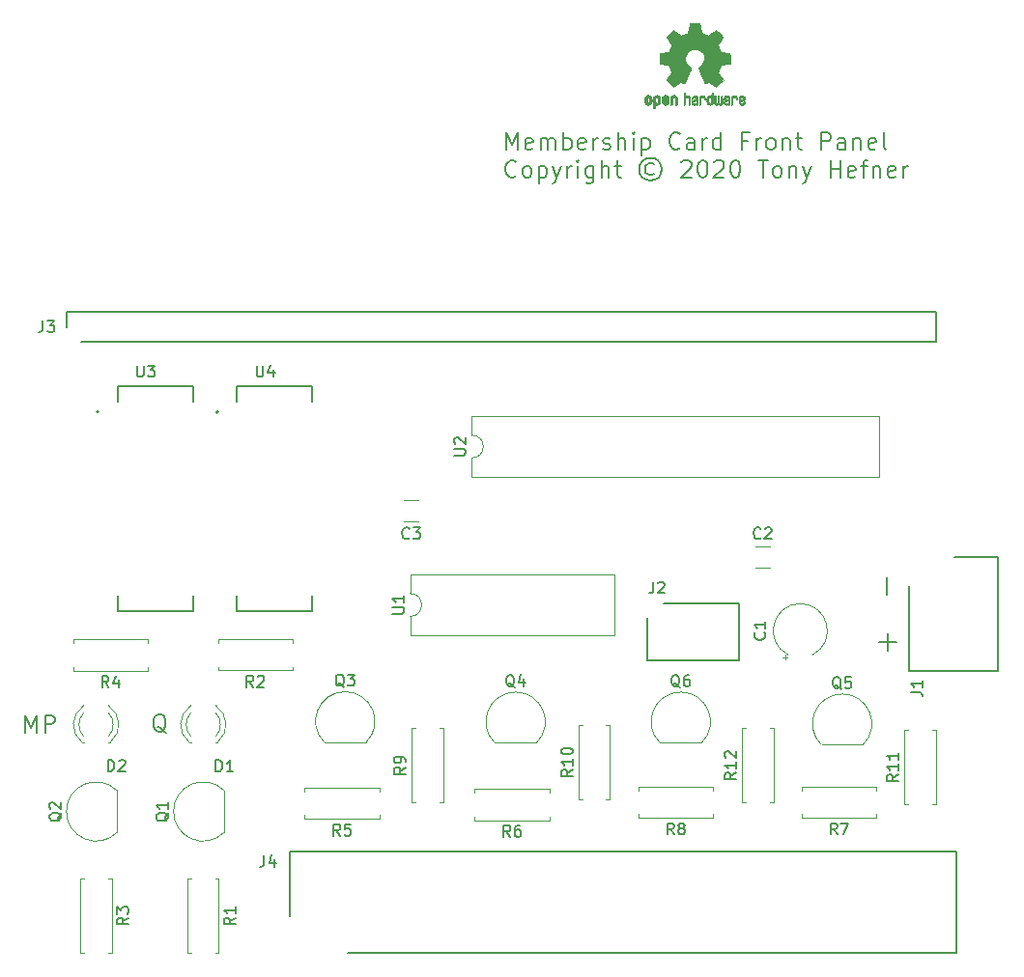
<source format=gto>
G04 #@! TF.GenerationSoftware,KiCad,Pcbnew,(5.1.9)-1*
G04 #@! TF.CreationDate,2021-01-10T19:58:29-05:00*
G04 #@! TF.ProjectId,elf_fp,656c665f-6670-42e6-9b69-6361645f7063,rev?*
G04 #@! TF.SameCoordinates,Original*
G04 #@! TF.FileFunction,Legend,Top*
G04 #@! TF.FilePolarity,Positive*
%FSLAX46Y46*%
G04 Gerber Fmt 4.6, Leading zero omitted, Abs format (unit mm)*
G04 Created by KiCad (PCBNEW (5.1.9)-1) date 2021-01-10 19:58:29*
%MOMM*%
%LPD*%
G01*
G04 APERTURE LIST*
%ADD10C,0.200000*%
%ADD11C,0.010000*%
%ADD12C,0.127000*%
%ADD13C,0.120000*%
%ADD14C,0.150000*%
G04 APERTURE END LIST*
D10*
X142887142Y-56753571D02*
X142887142Y-55253571D01*
X143387142Y-56325000D01*
X143887142Y-55253571D01*
X143887142Y-56753571D01*
X145172857Y-56682142D02*
X145030000Y-56753571D01*
X144744285Y-56753571D01*
X144601428Y-56682142D01*
X144530000Y-56539285D01*
X144530000Y-55967857D01*
X144601428Y-55825000D01*
X144744285Y-55753571D01*
X145030000Y-55753571D01*
X145172857Y-55825000D01*
X145244285Y-55967857D01*
X145244285Y-56110714D01*
X144530000Y-56253571D01*
X145887142Y-56753571D02*
X145887142Y-55753571D01*
X145887142Y-55896428D02*
X145958571Y-55825000D01*
X146101428Y-55753571D01*
X146315714Y-55753571D01*
X146458571Y-55825000D01*
X146530000Y-55967857D01*
X146530000Y-56753571D01*
X146530000Y-55967857D02*
X146601428Y-55825000D01*
X146744285Y-55753571D01*
X146958571Y-55753571D01*
X147101428Y-55825000D01*
X147172857Y-55967857D01*
X147172857Y-56753571D01*
X147887142Y-56753571D02*
X147887142Y-55253571D01*
X147887142Y-55825000D02*
X148030000Y-55753571D01*
X148315714Y-55753571D01*
X148458571Y-55825000D01*
X148530000Y-55896428D01*
X148601428Y-56039285D01*
X148601428Y-56467857D01*
X148530000Y-56610714D01*
X148458571Y-56682142D01*
X148315714Y-56753571D01*
X148030000Y-56753571D01*
X147887142Y-56682142D01*
X149815714Y-56682142D02*
X149672857Y-56753571D01*
X149387142Y-56753571D01*
X149244285Y-56682142D01*
X149172857Y-56539285D01*
X149172857Y-55967857D01*
X149244285Y-55825000D01*
X149387142Y-55753571D01*
X149672857Y-55753571D01*
X149815714Y-55825000D01*
X149887142Y-55967857D01*
X149887142Y-56110714D01*
X149172857Y-56253571D01*
X150530000Y-56753571D02*
X150530000Y-55753571D01*
X150530000Y-56039285D02*
X150601428Y-55896428D01*
X150672857Y-55825000D01*
X150815714Y-55753571D01*
X150958571Y-55753571D01*
X151387142Y-56682142D02*
X151530000Y-56753571D01*
X151815714Y-56753571D01*
X151958571Y-56682142D01*
X152030000Y-56539285D01*
X152030000Y-56467857D01*
X151958571Y-56325000D01*
X151815714Y-56253571D01*
X151601428Y-56253571D01*
X151458571Y-56182142D01*
X151387142Y-56039285D01*
X151387142Y-55967857D01*
X151458571Y-55825000D01*
X151601428Y-55753571D01*
X151815714Y-55753571D01*
X151958571Y-55825000D01*
X152672857Y-56753571D02*
X152672857Y-55253571D01*
X153315714Y-56753571D02*
X153315714Y-55967857D01*
X153244285Y-55825000D01*
X153101428Y-55753571D01*
X152887142Y-55753571D01*
X152744285Y-55825000D01*
X152672857Y-55896428D01*
X154030000Y-56753571D02*
X154030000Y-55753571D01*
X154030000Y-55253571D02*
X153958571Y-55325000D01*
X154030000Y-55396428D01*
X154101428Y-55325000D01*
X154030000Y-55253571D01*
X154030000Y-55396428D01*
X154744285Y-55753571D02*
X154744285Y-57253571D01*
X154744285Y-55825000D02*
X154887142Y-55753571D01*
X155172857Y-55753571D01*
X155315714Y-55825000D01*
X155387142Y-55896428D01*
X155458571Y-56039285D01*
X155458571Y-56467857D01*
X155387142Y-56610714D01*
X155315714Y-56682142D01*
X155172857Y-56753571D01*
X154887142Y-56753571D01*
X154744285Y-56682142D01*
X158101428Y-56610714D02*
X158030000Y-56682142D01*
X157815714Y-56753571D01*
X157672857Y-56753571D01*
X157458571Y-56682142D01*
X157315714Y-56539285D01*
X157244285Y-56396428D01*
X157172857Y-56110714D01*
X157172857Y-55896428D01*
X157244285Y-55610714D01*
X157315714Y-55467857D01*
X157458571Y-55325000D01*
X157672857Y-55253571D01*
X157815714Y-55253571D01*
X158030000Y-55325000D01*
X158101428Y-55396428D01*
X159387142Y-56753571D02*
X159387142Y-55967857D01*
X159315714Y-55825000D01*
X159172857Y-55753571D01*
X158887142Y-55753571D01*
X158744285Y-55825000D01*
X159387142Y-56682142D02*
X159244285Y-56753571D01*
X158887142Y-56753571D01*
X158744285Y-56682142D01*
X158672857Y-56539285D01*
X158672857Y-56396428D01*
X158744285Y-56253571D01*
X158887142Y-56182142D01*
X159244285Y-56182142D01*
X159387142Y-56110714D01*
X160101428Y-56753571D02*
X160101428Y-55753571D01*
X160101428Y-56039285D02*
X160172857Y-55896428D01*
X160244285Y-55825000D01*
X160387142Y-55753571D01*
X160530000Y-55753571D01*
X161672857Y-56753571D02*
X161672857Y-55253571D01*
X161672857Y-56682142D02*
X161530000Y-56753571D01*
X161244285Y-56753571D01*
X161101428Y-56682142D01*
X161030000Y-56610714D01*
X160958571Y-56467857D01*
X160958571Y-56039285D01*
X161030000Y-55896428D01*
X161101428Y-55825000D01*
X161244285Y-55753571D01*
X161530000Y-55753571D01*
X161672857Y-55825000D01*
X164030000Y-55967857D02*
X163530000Y-55967857D01*
X163530000Y-56753571D02*
X163530000Y-55253571D01*
X164244285Y-55253571D01*
X164815714Y-56753571D02*
X164815714Y-55753571D01*
X164815714Y-56039285D02*
X164887142Y-55896428D01*
X164958571Y-55825000D01*
X165101428Y-55753571D01*
X165244285Y-55753571D01*
X165958571Y-56753571D02*
X165815714Y-56682142D01*
X165744285Y-56610714D01*
X165672857Y-56467857D01*
X165672857Y-56039285D01*
X165744285Y-55896428D01*
X165815714Y-55825000D01*
X165958571Y-55753571D01*
X166172857Y-55753571D01*
X166315714Y-55825000D01*
X166387142Y-55896428D01*
X166458571Y-56039285D01*
X166458571Y-56467857D01*
X166387142Y-56610714D01*
X166315714Y-56682142D01*
X166172857Y-56753571D01*
X165958571Y-56753571D01*
X167101428Y-55753571D02*
X167101428Y-56753571D01*
X167101428Y-55896428D02*
X167172857Y-55825000D01*
X167315714Y-55753571D01*
X167530000Y-55753571D01*
X167672857Y-55825000D01*
X167744285Y-55967857D01*
X167744285Y-56753571D01*
X168244285Y-55753571D02*
X168815714Y-55753571D01*
X168458571Y-55253571D02*
X168458571Y-56539285D01*
X168530000Y-56682142D01*
X168672857Y-56753571D01*
X168815714Y-56753571D01*
X170458571Y-56753571D02*
X170458571Y-55253571D01*
X171030000Y-55253571D01*
X171172857Y-55325000D01*
X171244285Y-55396428D01*
X171315714Y-55539285D01*
X171315714Y-55753571D01*
X171244285Y-55896428D01*
X171172857Y-55967857D01*
X171030000Y-56039285D01*
X170458571Y-56039285D01*
X172601428Y-56753571D02*
X172601428Y-55967857D01*
X172530000Y-55825000D01*
X172387142Y-55753571D01*
X172101428Y-55753571D01*
X171958571Y-55825000D01*
X172601428Y-56682142D02*
X172458571Y-56753571D01*
X172101428Y-56753571D01*
X171958571Y-56682142D01*
X171887142Y-56539285D01*
X171887142Y-56396428D01*
X171958571Y-56253571D01*
X172101428Y-56182142D01*
X172458571Y-56182142D01*
X172601428Y-56110714D01*
X173315714Y-55753571D02*
X173315714Y-56753571D01*
X173315714Y-55896428D02*
X173387142Y-55825000D01*
X173530000Y-55753571D01*
X173744285Y-55753571D01*
X173887142Y-55825000D01*
X173958571Y-55967857D01*
X173958571Y-56753571D01*
X175244285Y-56682142D02*
X175101428Y-56753571D01*
X174815714Y-56753571D01*
X174672857Y-56682142D01*
X174601428Y-56539285D01*
X174601428Y-55967857D01*
X174672857Y-55825000D01*
X174815714Y-55753571D01*
X175101428Y-55753571D01*
X175244285Y-55825000D01*
X175315714Y-55967857D01*
X175315714Y-56110714D01*
X174601428Y-56253571D01*
X176172857Y-56753571D02*
X176030000Y-56682142D01*
X175958571Y-56539285D01*
X175958571Y-55253571D01*
X143744285Y-59060714D02*
X143672857Y-59132142D01*
X143458571Y-59203571D01*
X143315714Y-59203571D01*
X143101428Y-59132142D01*
X142958571Y-58989285D01*
X142887142Y-58846428D01*
X142815714Y-58560714D01*
X142815714Y-58346428D01*
X142887142Y-58060714D01*
X142958571Y-57917857D01*
X143101428Y-57775000D01*
X143315714Y-57703571D01*
X143458571Y-57703571D01*
X143672857Y-57775000D01*
X143744285Y-57846428D01*
X144601428Y-59203571D02*
X144458571Y-59132142D01*
X144387142Y-59060714D01*
X144315714Y-58917857D01*
X144315714Y-58489285D01*
X144387142Y-58346428D01*
X144458571Y-58275000D01*
X144601428Y-58203571D01*
X144815714Y-58203571D01*
X144958571Y-58275000D01*
X145030000Y-58346428D01*
X145101428Y-58489285D01*
X145101428Y-58917857D01*
X145030000Y-59060714D01*
X144958571Y-59132142D01*
X144815714Y-59203571D01*
X144601428Y-59203571D01*
X145744285Y-58203571D02*
X145744285Y-59703571D01*
X145744285Y-58275000D02*
X145887142Y-58203571D01*
X146172857Y-58203571D01*
X146315714Y-58275000D01*
X146387142Y-58346428D01*
X146458571Y-58489285D01*
X146458571Y-58917857D01*
X146387142Y-59060714D01*
X146315714Y-59132142D01*
X146172857Y-59203571D01*
X145887142Y-59203571D01*
X145744285Y-59132142D01*
X146958571Y-58203571D02*
X147315714Y-59203571D01*
X147672857Y-58203571D02*
X147315714Y-59203571D01*
X147172857Y-59560714D01*
X147101428Y-59632142D01*
X146958571Y-59703571D01*
X148244285Y-59203571D02*
X148244285Y-58203571D01*
X148244285Y-58489285D02*
X148315714Y-58346428D01*
X148387142Y-58275000D01*
X148530000Y-58203571D01*
X148672857Y-58203571D01*
X149172857Y-59203571D02*
X149172857Y-58203571D01*
X149172857Y-57703571D02*
X149101428Y-57775000D01*
X149172857Y-57846428D01*
X149244285Y-57775000D01*
X149172857Y-57703571D01*
X149172857Y-57846428D01*
X150530000Y-58203571D02*
X150530000Y-59417857D01*
X150458571Y-59560714D01*
X150387142Y-59632142D01*
X150244285Y-59703571D01*
X150030000Y-59703571D01*
X149887142Y-59632142D01*
X150530000Y-59132142D02*
X150387142Y-59203571D01*
X150101428Y-59203571D01*
X149958571Y-59132142D01*
X149887142Y-59060714D01*
X149815714Y-58917857D01*
X149815714Y-58489285D01*
X149887142Y-58346428D01*
X149958571Y-58275000D01*
X150101428Y-58203571D01*
X150387142Y-58203571D01*
X150530000Y-58275000D01*
X151244285Y-59203571D02*
X151244285Y-57703571D01*
X151887142Y-59203571D02*
X151887142Y-58417857D01*
X151815714Y-58275000D01*
X151672857Y-58203571D01*
X151458571Y-58203571D01*
X151315714Y-58275000D01*
X151244285Y-58346428D01*
X152387142Y-58203571D02*
X152958571Y-58203571D01*
X152601428Y-57703571D02*
X152601428Y-58989285D01*
X152672857Y-59132142D01*
X152815714Y-59203571D01*
X152958571Y-59203571D01*
X155815714Y-58060714D02*
X155672857Y-57989285D01*
X155387142Y-57989285D01*
X155244285Y-58060714D01*
X155101428Y-58203571D01*
X155030000Y-58346428D01*
X155030000Y-58632142D01*
X155101428Y-58775000D01*
X155244285Y-58917857D01*
X155387142Y-58989285D01*
X155672857Y-58989285D01*
X155815714Y-58917857D01*
X155530000Y-57489285D02*
X155172857Y-57560714D01*
X154815714Y-57775000D01*
X154601428Y-58132142D01*
X154530000Y-58489285D01*
X154601428Y-58846428D01*
X154815714Y-59203571D01*
X155172857Y-59417857D01*
X155530000Y-59489285D01*
X155887142Y-59417857D01*
X156244285Y-59203571D01*
X156458571Y-58846428D01*
X156530000Y-58489285D01*
X156458571Y-58132142D01*
X156244285Y-57775000D01*
X155887142Y-57560714D01*
X155530000Y-57489285D01*
X158244285Y-57846428D02*
X158315714Y-57775000D01*
X158458571Y-57703571D01*
X158815714Y-57703571D01*
X158958571Y-57775000D01*
X159030000Y-57846428D01*
X159101428Y-57989285D01*
X159101428Y-58132142D01*
X159030000Y-58346428D01*
X158172857Y-59203571D01*
X159101428Y-59203571D01*
X160030000Y-57703571D02*
X160172857Y-57703571D01*
X160315714Y-57775000D01*
X160387142Y-57846428D01*
X160458571Y-57989285D01*
X160530000Y-58275000D01*
X160530000Y-58632142D01*
X160458571Y-58917857D01*
X160387142Y-59060714D01*
X160315714Y-59132142D01*
X160172857Y-59203571D01*
X160030000Y-59203571D01*
X159887142Y-59132142D01*
X159815714Y-59060714D01*
X159744285Y-58917857D01*
X159672857Y-58632142D01*
X159672857Y-58275000D01*
X159744285Y-57989285D01*
X159815714Y-57846428D01*
X159887142Y-57775000D01*
X160030000Y-57703571D01*
X161101428Y-57846428D02*
X161172857Y-57775000D01*
X161315714Y-57703571D01*
X161672857Y-57703571D01*
X161815714Y-57775000D01*
X161887142Y-57846428D01*
X161958571Y-57989285D01*
X161958571Y-58132142D01*
X161887142Y-58346428D01*
X161030000Y-59203571D01*
X161958571Y-59203571D01*
X162887142Y-57703571D02*
X163030000Y-57703571D01*
X163172857Y-57775000D01*
X163244285Y-57846428D01*
X163315714Y-57989285D01*
X163387142Y-58275000D01*
X163387142Y-58632142D01*
X163315714Y-58917857D01*
X163244285Y-59060714D01*
X163172857Y-59132142D01*
X163030000Y-59203571D01*
X162887142Y-59203571D01*
X162744285Y-59132142D01*
X162672857Y-59060714D01*
X162601428Y-58917857D01*
X162530000Y-58632142D01*
X162530000Y-58275000D01*
X162601428Y-57989285D01*
X162672857Y-57846428D01*
X162744285Y-57775000D01*
X162887142Y-57703571D01*
X164958571Y-57703571D02*
X165815714Y-57703571D01*
X165387142Y-59203571D02*
X165387142Y-57703571D01*
X166530000Y-59203571D02*
X166387142Y-59132142D01*
X166315714Y-59060714D01*
X166244285Y-58917857D01*
X166244285Y-58489285D01*
X166315714Y-58346428D01*
X166387142Y-58275000D01*
X166530000Y-58203571D01*
X166744285Y-58203571D01*
X166887142Y-58275000D01*
X166958571Y-58346428D01*
X167030000Y-58489285D01*
X167030000Y-58917857D01*
X166958571Y-59060714D01*
X166887142Y-59132142D01*
X166744285Y-59203571D01*
X166530000Y-59203571D01*
X167672857Y-58203571D02*
X167672857Y-59203571D01*
X167672857Y-58346428D02*
X167744285Y-58275000D01*
X167887142Y-58203571D01*
X168101428Y-58203571D01*
X168244285Y-58275000D01*
X168315714Y-58417857D01*
X168315714Y-59203571D01*
X168887142Y-58203571D02*
X169244285Y-59203571D01*
X169601428Y-58203571D02*
X169244285Y-59203571D01*
X169101428Y-59560714D01*
X169030000Y-59632142D01*
X168887142Y-59703571D01*
X171315714Y-59203571D02*
X171315714Y-57703571D01*
X171315714Y-58417857D02*
X172172857Y-58417857D01*
X172172857Y-59203571D02*
X172172857Y-57703571D01*
X173458571Y-59132142D02*
X173315714Y-59203571D01*
X173030000Y-59203571D01*
X172887142Y-59132142D01*
X172815714Y-58989285D01*
X172815714Y-58417857D01*
X172887142Y-58275000D01*
X173030000Y-58203571D01*
X173315714Y-58203571D01*
X173458571Y-58275000D01*
X173530000Y-58417857D01*
X173530000Y-58560714D01*
X172815714Y-58703571D01*
X173958571Y-58203571D02*
X174530000Y-58203571D01*
X174172857Y-59203571D02*
X174172857Y-57917857D01*
X174244285Y-57775000D01*
X174387142Y-57703571D01*
X174530000Y-57703571D01*
X175030000Y-58203571D02*
X175030000Y-59203571D01*
X175030000Y-58346428D02*
X175101428Y-58275000D01*
X175244285Y-58203571D01*
X175458571Y-58203571D01*
X175601428Y-58275000D01*
X175672857Y-58417857D01*
X175672857Y-59203571D01*
X176958571Y-59132142D02*
X176815714Y-59203571D01*
X176530000Y-59203571D01*
X176387142Y-59132142D01*
X176315714Y-58989285D01*
X176315714Y-58417857D01*
X176387142Y-58275000D01*
X176530000Y-58203571D01*
X176815714Y-58203571D01*
X176958571Y-58275000D01*
X177030000Y-58417857D01*
X177030000Y-58560714D01*
X176315714Y-58703571D01*
X177672857Y-59203571D02*
X177672857Y-58203571D01*
X177672857Y-58489285D02*
X177744285Y-58346428D01*
X177815714Y-58275000D01*
X177958571Y-58203571D01*
X178101428Y-58203571D01*
X176257142Y-94238095D02*
X176257142Y-95761904D01*
X175538095Y-99942857D02*
X177061904Y-99942857D01*
X176300000Y-100704761D02*
X176300000Y-99180952D01*
X100750000Y-107866571D02*
X100750000Y-106366571D01*
X101250000Y-107438000D01*
X101750000Y-106366571D01*
X101750000Y-107866571D01*
X102464285Y-107866571D02*
X102464285Y-106366571D01*
X103035714Y-106366571D01*
X103178571Y-106438000D01*
X103250000Y-106509428D01*
X103321428Y-106652285D01*
X103321428Y-106866571D01*
X103250000Y-107009428D01*
X103178571Y-107080857D01*
X103035714Y-107152285D01*
X102464285Y-107152285D01*
X113071428Y-107921428D02*
X112928571Y-107850000D01*
X112785714Y-107707142D01*
X112571428Y-107492857D01*
X112428571Y-107421428D01*
X112285714Y-107421428D01*
X112357142Y-107778571D02*
X112214285Y-107707142D01*
X112071428Y-107564285D01*
X112000000Y-107278571D01*
X112000000Y-106778571D01*
X112071428Y-106492857D01*
X112214285Y-106350000D01*
X112357142Y-106278571D01*
X112642857Y-106278571D01*
X112785714Y-106350000D01*
X112928571Y-106492857D01*
X113000000Y-106778571D01*
X113000000Y-107278571D01*
X112928571Y-107564285D01*
X112785714Y-107707142D01*
X112642857Y-107778571D01*
X112357142Y-107778571D01*
D11*
G36*
X156168886Y-51984505D02*
G01*
X156243539Y-52021727D01*
X156309431Y-52090261D01*
X156327577Y-52115648D01*
X156347345Y-52148866D01*
X156360172Y-52184945D01*
X156367510Y-52233098D01*
X156370813Y-52302536D01*
X156371538Y-52394206D01*
X156368263Y-52519830D01*
X156356877Y-52614154D01*
X156335041Y-52684523D01*
X156300419Y-52738286D01*
X156250670Y-52782788D01*
X156247014Y-52785423D01*
X156197985Y-52812377D01*
X156138945Y-52825712D01*
X156063859Y-52829000D01*
X155941795Y-52829000D01*
X155941744Y-52947497D01*
X155940608Y-53013492D01*
X155933686Y-53052202D01*
X155915598Y-53075419D01*
X155880962Y-53094933D01*
X155872645Y-53098920D01*
X155833720Y-53117603D01*
X155803583Y-53129403D01*
X155781174Y-53130422D01*
X155765433Y-53116761D01*
X155755302Y-53084522D01*
X155749723Y-53029804D01*
X155747635Y-52948711D01*
X155747981Y-52837344D01*
X155749700Y-52691802D01*
X155750237Y-52648269D01*
X155752172Y-52498205D01*
X155753904Y-52400042D01*
X155941692Y-52400042D01*
X155942748Y-52483364D01*
X155947438Y-52537880D01*
X155958051Y-52573837D01*
X155976872Y-52601482D01*
X155989650Y-52614965D01*
X156041890Y-52654417D01*
X156088142Y-52657628D01*
X156135867Y-52625049D01*
X156137077Y-52623846D01*
X156156494Y-52598668D01*
X156168307Y-52564447D01*
X156174265Y-52511748D01*
X156176120Y-52431131D01*
X156176154Y-52413271D01*
X156171670Y-52302175D01*
X156157074Y-52225161D01*
X156130650Y-52178147D01*
X156090683Y-52157050D01*
X156067584Y-52154923D01*
X156012762Y-52164900D01*
X155975158Y-52197752D01*
X155952523Y-52257857D01*
X155942606Y-52349598D01*
X155941692Y-52400042D01*
X155753904Y-52400042D01*
X155754222Y-52382060D01*
X155756873Y-52294679D01*
X155760606Y-52230905D01*
X155765907Y-52185582D01*
X155773258Y-52153555D01*
X155783143Y-52129668D01*
X155796046Y-52108764D01*
X155801579Y-52100898D01*
X155874969Y-52026595D01*
X155967760Y-51984467D01*
X156075096Y-51972722D01*
X156168886Y-51984505D01*
G37*
X156168886Y-51984505D02*
X156243539Y-52021727D01*
X156309431Y-52090261D01*
X156327577Y-52115648D01*
X156347345Y-52148866D01*
X156360172Y-52184945D01*
X156367510Y-52233098D01*
X156370813Y-52302536D01*
X156371538Y-52394206D01*
X156368263Y-52519830D01*
X156356877Y-52614154D01*
X156335041Y-52684523D01*
X156300419Y-52738286D01*
X156250670Y-52782788D01*
X156247014Y-52785423D01*
X156197985Y-52812377D01*
X156138945Y-52825712D01*
X156063859Y-52829000D01*
X155941795Y-52829000D01*
X155941744Y-52947497D01*
X155940608Y-53013492D01*
X155933686Y-53052202D01*
X155915598Y-53075419D01*
X155880962Y-53094933D01*
X155872645Y-53098920D01*
X155833720Y-53117603D01*
X155803583Y-53129403D01*
X155781174Y-53130422D01*
X155765433Y-53116761D01*
X155755302Y-53084522D01*
X155749723Y-53029804D01*
X155747635Y-52948711D01*
X155747981Y-52837344D01*
X155749700Y-52691802D01*
X155750237Y-52648269D01*
X155752172Y-52498205D01*
X155753904Y-52400042D01*
X155941692Y-52400042D01*
X155942748Y-52483364D01*
X155947438Y-52537880D01*
X155958051Y-52573837D01*
X155976872Y-52601482D01*
X155989650Y-52614965D01*
X156041890Y-52654417D01*
X156088142Y-52657628D01*
X156135867Y-52625049D01*
X156137077Y-52623846D01*
X156156494Y-52598668D01*
X156168307Y-52564447D01*
X156174265Y-52511748D01*
X156176120Y-52431131D01*
X156176154Y-52413271D01*
X156171670Y-52302175D01*
X156157074Y-52225161D01*
X156130650Y-52178147D01*
X156090683Y-52157050D01*
X156067584Y-52154923D01*
X156012762Y-52164900D01*
X155975158Y-52197752D01*
X155952523Y-52257857D01*
X155942606Y-52349598D01*
X155941692Y-52400042D01*
X155753904Y-52400042D01*
X155754222Y-52382060D01*
X155756873Y-52294679D01*
X155760606Y-52230905D01*
X155765907Y-52185582D01*
X155773258Y-52153555D01*
X155783143Y-52129668D01*
X155796046Y-52108764D01*
X155801579Y-52100898D01*
X155874969Y-52026595D01*
X155967760Y-51984467D01*
X156075096Y-51972722D01*
X156168886Y-51984505D01*
G36*
X157671664Y-51995089D02*
G01*
X157734367Y-52031358D01*
X157777961Y-52067358D01*
X157809845Y-52105075D01*
X157831810Y-52151199D01*
X157845649Y-52212421D01*
X157853153Y-52295431D01*
X157856117Y-52406919D01*
X157856461Y-52487062D01*
X157856461Y-52782065D01*
X157690385Y-52856515D01*
X157680615Y-52533402D01*
X157676579Y-52412729D01*
X157672344Y-52325141D01*
X157667097Y-52264650D01*
X157660025Y-52225268D01*
X157650311Y-52201007D01*
X157637144Y-52185880D01*
X157632919Y-52182606D01*
X157568909Y-52157034D01*
X157504208Y-52167153D01*
X157465692Y-52194000D01*
X157450025Y-52213024D01*
X157439180Y-52237988D01*
X157432288Y-52275834D01*
X157428479Y-52333502D01*
X157426883Y-52417935D01*
X157426615Y-52505928D01*
X157426563Y-52616323D01*
X157424672Y-52694463D01*
X157418345Y-52747165D01*
X157404983Y-52781242D01*
X157381985Y-52803511D01*
X157346754Y-52820787D01*
X157299697Y-52838738D01*
X157248303Y-52858278D01*
X157254421Y-52511485D01*
X157256884Y-52386468D01*
X157259767Y-52294082D01*
X157263898Y-52227881D01*
X157270107Y-52181420D01*
X157279226Y-52148256D01*
X157292083Y-52121944D01*
X157307584Y-52098729D01*
X157382371Y-52024569D01*
X157473628Y-51981684D01*
X157572883Y-51971412D01*
X157671664Y-51995089D01*
G37*
X157671664Y-51995089D02*
X157734367Y-52031358D01*
X157777961Y-52067358D01*
X157809845Y-52105075D01*
X157831810Y-52151199D01*
X157845649Y-52212421D01*
X157853153Y-52295431D01*
X157856117Y-52406919D01*
X157856461Y-52487062D01*
X157856461Y-52782065D01*
X157690385Y-52856515D01*
X157680615Y-52533402D01*
X157676579Y-52412729D01*
X157672344Y-52325141D01*
X157667097Y-52264650D01*
X157660025Y-52225268D01*
X157650311Y-52201007D01*
X157637144Y-52185880D01*
X157632919Y-52182606D01*
X157568909Y-52157034D01*
X157504208Y-52167153D01*
X157465692Y-52194000D01*
X157450025Y-52213024D01*
X157439180Y-52237988D01*
X157432288Y-52275834D01*
X157428479Y-52333502D01*
X157426883Y-52417935D01*
X157426615Y-52505928D01*
X157426563Y-52616323D01*
X157424672Y-52694463D01*
X157418345Y-52747165D01*
X157404983Y-52781242D01*
X157381985Y-52803511D01*
X157346754Y-52820787D01*
X157299697Y-52838738D01*
X157248303Y-52858278D01*
X157254421Y-52511485D01*
X157256884Y-52386468D01*
X157259767Y-52294082D01*
X157263898Y-52227881D01*
X157270107Y-52181420D01*
X157279226Y-52148256D01*
X157292083Y-52121944D01*
X157307584Y-52098729D01*
X157382371Y-52024569D01*
X157473628Y-51981684D01*
X157572883Y-51971412D01*
X157671664Y-51995089D01*
G36*
X155416886Y-51987256D02*
G01*
X155508464Y-52035409D01*
X155576049Y-52112905D01*
X155600057Y-52162727D01*
X155618738Y-52237533D01*
X155628301Y-52332052D01*
X155629208Y-52435210D01*
X155621921Y-52535935D01*
X155606903Y-52623153D01*
X155584615Y-52685791D01*
X155577765Y-52696579D01*
X155496632Y-52777105D01*
X155400266Y-52825336D01*
X155295701Y-52839450D01*
X155189968Y-52817629D01*
X155160543Y-52804547D01*
X155103241Y-52764231D01*
X155052950Y-52710775D01*
X155048197Y-52703995D01*
X155028878Y-52671321D01*
X155016108Y-52636394D01*
X155008564Y-52590414D01*
X155004924Y-52524584D01*
X155003865Y-52430105D01*
X155003846Y-52408923D01*
X155003894Y-52402182D01*
X155199231Y-52402182D01*
X155200368Y-52491349D01*
X155204841Y-52550520D01*
X155214246Y-52588741D01*
X155230176Y-52615053D01*
X155238308Y-52623846D01*
X155285058Y-52657261D01*
X155330447Y-52655737D01*
X155376340Y-52626752D01*
X155403712Y-52595809D01*
X155419923Y-52550643D01*
X155429026Y-52479420D01*
X155429651Y-52471114D01*
X155431204Y-52342037D01*
X155414965Y-52246172D01*
X155381152Y-52184107D01*
X155329984Y-52156432D01*
X155311720Y-52154923D01*
X155263760Y-52162513D01*
X155230953Y-52188808D01*
X155210895Y-52239095D01*
X155201178Y-52318664D01*
X155199231Y-52402182D01*
X155003894Y-52402182D01*
X155004574Y-52308249D01*
X155007629Y-52237906D01*
X155014322Y-52189163D01*
X155025960Y-52153288D01*
X155043853Y-52121548D01*
X155047808Y-52115648D01*
X155114267Y-52036104D01*
X155186685Y-51989929D01*
X155274849Y-51971599D01*
X155304787Y-51970703D01*
X155416886Y-51987256D01*
G37*
X155416886Y-51987256D02*
X155508464Y-52035409D01*
X155576049Y-52112905D01*
X155600057Y-52162727D01*
X155618738Y-52237533D01*
X155628301Y-52332052D01*
X155629208Y-52435210D01*
X155621921Y-52535935D01*
X155606903Y-52623153D01*
X155584615Y-52685791D01*
X155577765Y-52696579D01*
X155496632Y-52777105D01*
X155400266Y-52825336D01*
X155295701Y-52839450D01*
X155189968Y-52817629D01*
X155160543Y-52804547D01*
X155103241Y-52764231D01*
X155052950Y-52710775D01*
X155048197Y-52703995D01*
X155028878Y-52671321D01*
X155016108Y-52636394D01*
X155008564Y-52590414D01*
X155004924Y-52524584D01*
X155003865Y-52430105D01*
X155003846Y-52408923D01*
X155003894Y-52402182D01*
X155199231Y-52402182D01*
X155200368Y-52491349D01*
X155204841Y-52550520D01*
X155214246Y-52588741D01*
X155230176Y-52615053D01*
X155238308Y-52623846D01*
X155285058Y-52657261D01*
X155330447Y-52655737D01*
X155376340Y-52626752D01*
X155403712Y-52595809D01*
X155419923Y-52550643D01*
X155429026Y-52479420D01*
X155429651Y-52471114D01*
X155431204Y-52342037D01*
X155414965Y-52246172D01*
X155381152Y-52184107D01*
X155329984Y-52156432D01*
X155311720Y-52154923D01*
X155263760Y-52162513D01*
X155230953Y-52188808D01*
X155210895Y-52239095D01*
X155201178Y-52318664D01*
X155199231Y-52402182D01*
X155003894Y-52402182D01*
X155004574Y-52308249D01*
X155007629Y-52237906D01*
X155014322Y-52189163D01*
X155025960Y-52153288D01*
X155043853Y-52121548D01*
X155047808Y-52115648D01*
X155114267Y-52036104D01*
X155186685Y-51989929D01*
X155274849Y-51971599D01*
X155304787Y-51970703D01*
X155416886Y-51987256D01*
G36*
X156934254Y-51999745D02*
G01*
X157011286Y-52051567D01*
X157070816Y-52126412D01*
X157106378Y-52221654D01*
X157113571Y-52291756D01*
X157112754Y-52321009D01*
X157105914Y-52343407D01*
X157087112Y-52363474D01*
X157050408Y-52385733D01*
X156989862Y-52414709D01*
X156899534Y-52454927D01*
X156899077Y-52455129D01*
X156815933Y-52493210D01*
X156747753Y-52527025D01*
X156701505Y-52552933D01*
X156684158Y-52567295D01*
X156684154Y-52567411D01*
X156699443Y-52598685D01*
X156735196Y-52633157D01*
X156776242Y-52657990D01*
X156797037Y-52662923D01*
X156853770Y-52645862D01*
X156902627Y-52603133D01*
X156926465Y-52556155D01*
X156949397Y-52521522D01*
X156994318Y-52482081D01*
X157047123Y-52448009D01*
X157093710Y-52429480D01*
X157103452Y-52428462D01*
X157114418Y-52445215D01*
X157115079Y-52488039D01*
X157107020Y-52545781D01*
X157091827Y-52607289D01*
X157071086Y-52661409D01*
X157070038Y-52663510D01*
X157007621Y-52750660D01*
X156926726Y-52809939D01*
X156834856Y-52839034D01*
X156739513Y-52835634D01*
X156648198Y-52797428D01*
X156644138Y-52794741D01*
X156572306Y-52729642D01*
X156525073Y-52644705D01*
X156498934Y-52533021D01*
X156495426Y-52501643D01*
X156489213Y-52353536D01*
X156496661Y-52284468D01*
X156684154Y-52284468D01*
X156686590Y-52327552D01*
X156699914Y-52340126D01*
X156733132Y-52330719D01*
X156785494Y-52308483D01*
X156844024Y-52280610D01*
X156845479Y-52279872D01*
X156895089Y-52253777D01*
X156915000Y-52236363D01*
X156910090Y-52218107D01*
X156889416Y-52194120D01*
X156836819Y-52159406D01*
X156780177Y-52156856D01*
X156729369Y-52182119D01*
X156694276Y-52230847D01*
X156684154Y-52284468D01*
X156496661Y-52284468D01*
X156501992Y-52235036D01*
X156534778Y-52141055D01*
X156580421Y-52075215D01*
X156662802Y-52008681D01*
X156753546Y-51975676D01*
X156846185Y-51973573D01*
X156934254Y-51999745D01*
G37*
X156934254Y-51999745D02*
X157011286Y-52051567D01*
X157070816Y-52126412D01*
X157106378Y-52221654D01*
X157113571Y-52291756D01*
X157112754Y-52321009D01*
X157105914Y-52343407D01*
X157087112Y-52363474D01*
X157050408Y-52385733D01*
X156989862Y-52414709D01*
X156899534Y-52454927D01*
X156899077Y-52455129D01*
X156815933Y-52493210D01*
X156747753Y-52527025D01*
X156701505Y-52552933D01*
X156684158Y-52567295D01*
X156684154Y-52567411D01*
X156699443Y-52598685D01*
X156735196Y-52633157D01*
X156776242Y-52657990D01*
X156797037Y-52662923D01*
X156853770Y-52645862D01*
X156902627Y-52603133D01*
X156926465Y-52556155D01*
X156949397Y-52521522D01*
X156994318Y-52482081D01*
X157047123Y-52448009D01*
X157093710Y-52429480D01*
X157103452Y-52428462D01*
X157114418Y-52445215D01*
X157115079Y-52488039D01*
X157107020Y-52545781D01*
X157091827Y-52607289D01*
X157071086Y-52661409D01*
X157070038Y-52663510D01*
X157007621Y-52750660D01*
X156926726Y-52809939D01*
X156834856Y-52839034D01*
X156739513Y-52835634D01*
X156648198Y-52797428D01*
X156644138Y-52794741D01*
X156572306Y-52729642D01*
X156525073Y-52644705D01*
X156498934Y-52533021D01*
X156495426Y-52501643D01*
X156489213Y-52353536D01*
X156496661Y-52284468D01*
X156684154Y-52284468D01*
X156686590Y-52327552D01*
X156699914Y-52340126D01*
X156733132Y-52330719D01*
X156785494Y-52308483D01*
X156844024Y-52280610D01*
X156845479Y-52279872D01*
X156895089Y-52253777D01*
X156915000Y-52236363D01*
X156910090Y-52218107D01*
X156889416Y-52194120D01*
X156836819Y-52159406D01*
X156780177Y-52156856D01*
X156729369Y-52182119D01*
X156694276Y-52230847D01*
X156684154Y-52284468D01*
X156496661Y-52284468D01*
X156501992Y-52235036D01*
X156534778Y-52141055D01*
X156580421Y-52075215D01*
X156662802Y-52008681D01*
X156753546Y-51975676D01*
X156846185Y-51973573D01*
X156934254Y-51999745D01*
G36*
X158559846Y-51892120D02*
G01*
X158565572Y-51971980D01*
X158572149Y-52019039D01*
X158581262Y-52039566D01*
X158594598Y-52039829D01*
X158598923Y-52037378D01*
X158656444Y-52019636D01*
X158731268Y-52020672D01*
X158807339Y-52038910D01*
X158854918Y-52062505D01*
X158903702Y-52100198D01*
X158939364Y-52142855D01*
X158963845Y-52197057D01*
X158979087Y-52269384D01*
X158987030Y-52366419D01*
X158989616Y-52494742D01*
X158989662Y-52519358D01*
X158989692Y-52795870D01*
X158928161Y-52817320D01*
X158884459Y-52831912D01*
X158860482Y-52838706D01*
X158859777Y-52838769D01*
X158857415Y-52820345D01*
X158855406Y-52769526D01*
X158853901Y-52692993D01*
X158853053Y-52597430D01*
X158852923Y-52539329D01*
X158852651Y-52424771D01*
X158851252Y-52342667D01*
X158847849Y-52286393D01*
X158841567Y-52249326D01*
X158831529Y-52224844D01*
X158816861Y-52206325D01*
X158807702Y-52197406D01*
X158744789Y-52161466D01*
X158676136Y-52158775D01*
X158613848Y-52189170D01*
X158602329Y-52200144D01*
X158585433Y-52220779D01*
X158573714Y-52245256D01*
X158566233Y-52280647D01*
X158562054Y-52334026D01*
X158560237Y-52412466D01*
X158559846Y-52520617D01*
X158559846Y-52795870D01*
X158498315Y-52817320D01*
X158454613Y-52831912D01*
X158430636Y-52838706D01*
X158429930Y-52838769D01*
X158428126Y-52820069D01*
X158426500Y-52767322D01*
X158425117Y-52685557D01*
X158424042Y-52579805D01*
X158423340Y-52455094D01*
X158423077Y-52316455D01*
X158423077Y-51781806D01*
X158550077Y-51728236D01*
X158559846Y-51892120D01*
G37*
X158559846Y-51892120D02*
X158565572Y-51971980D01*
X158572149Y-52019039D01*
X158581262Y-52039566D01*
X158594598Y-52039829D01*
X158598923Y-52037378D01*
X158656444Y-52019636D01*
X158731268Y-52020672D01*
X158807339Y-52038910D01*
X158854918Y-52062505D01*
X158903702Y-52100198D01*
X158939364Y-52142855D01*
X158963845Y-52197057D01*
X158979087Y-52269384D01*
X158987030Y-52366419D01*
X158989616Y-52494742D01*
X158989662Y-52519358D01*
X158989692Y-52795870D01*
X158928161Y-52817320D01*
X158884459Y-52831912D01*
X158860482Y-52838706D01*
X158859777Y-52838769D01*
X158857415Y-52820345D01*
X158855406Y-52769526D01*
X158853901Y-52692993D01*
X158853053Y-52597430D01*
X158852923Y-52539329D01*
X158852651Y-52424771D01*
X158851252Y-52342667D01*
X158847849Y-52286393D01*
X158841567Y-52249326D01*
X158831529Y-52224844D01*
X158816861Y-52206325D01*
X158807702Y-52197406D01*
X158744789Y-52161466D01*
X158676136Y-52158775D01*
X158613848Y-52189170D01*
X158602329Y-52200144D01*
X158585433Y-52220779D01*
X158573714Y-52245256D01*
X158566233Y-52280647D01*
X158562054Y-52334026D01*
X158560237Y-52412466D01*
X158559846Y-52520617D01*
X158559846Y-52795870D01*
X158498315Y-52817320D01*
X158454613Y-52831912D01*
X158430636Y-52838706D01*
X158429930Y-52838769D01*
X158428126Y-52820069D01*
X158426500Y-52767322D01*
X158425117Y-52685557D01*
X158424042Y-52579805D01*
X158423340Y-52455094D01*
X158423077Y-52316455D01*
X158423077Y-51781806D01*
X158550077Y-51728236D01*
X158559846Y-51892120D01*
G36*
X159453501Y-52026303D02*
G01*
X159530060Y-52054733D01*
X159530936Y-52055279D01*
X159578285Y-52090127D01*
X159613241Y-52130852D01*
X159637825Y-52183925D01*
X159654062Y-52255814D01*
X159663975Y-52352992D01*
X159669586Y-52481928D01*
X159670077Y-52500298D01*
X159677141Y-52777287D01*
X159617695Y-52808028D01*
X159574681Y-52828802D01*
X159548710Y-52838646D01*
X159547509Y-52838769D01*
X159543014Y-52820606D01*
X159539444Y-52771612D01*
X159537248Y-52700031D01*
X159536769Y-52642068D01*
X159536758Y-52548170D01*
X159532466Y-52489203D01*
X159517503Y-52461079D01*
X159485482Y-52459706D01*
X159430014Y-52480998D01*
X159346269Y-52520136D01*
X159284689Y-52552643D01*
X159253017Y-52580845D01*
X159243706Y-52611582D01*
X159243692Y-52613104D01*
X159259057Y-52666054D01*
X159304547Y-52694660D01*
X159374166Y-52698803D01*
X159424313Y-52698084D01*
X159450754Y-52712527D01*
X159467243Y-52747218D01*
X159476733Y-52791416D01*
X159463057Y-52816493D01*
X159457907Y-52820082D01*
X159409425Y-52834496D01*
X159341531Y-52836537D01*
X159271612Y-52826983D01*
X159222068Y-52809522D01*
X159153570Y-52751364D01*
X159114634Y-52670408D01*
X159106923Y-52607160D01*
X159112807Y-52550111D01*
X159134101Y-52503542D01*
X159176265Y-52462181D01*
X159244759Y-52420755D01*
X159345044Y-52373993D01*
X159351154Y-52371350D01*
X159441490Y-52329617D01*
X159497235Y-52295391D01*
X159521129Y-52264635D01*
X159515913Y-52233311D01*
X159484328Y-52197383D01*
X159474883Y-52189116D01*
X159411617Y-52157058D01*
X159346064Y-52158407D01*
X159288972Y-52189838D01*
X159251093Y-52248024D01*
X159247574Y-52259446D01*
X159213300Y-52314837D01*
X159169809Y-52341518D01*
X159106923Y-52367960D01*
X159106923Y-52299548D01*
X159126052Y-52200110D01*
X159182831Y-52108902D01*
X159212378Y-52078389D01*
X159279542Y-52039228D01*
X159364956Y-52021500D01*
X159453501Y-52026303D01*
G37*
X159453501Y-52026303D02*
X159530060Y-52054733D01*
X159530936Y-52055279D01*
X159578285Y-52090127D01*
X159613241Y-52130852D01*
X159637825Y-52183925D01*
X159654062Y-52255814D01*
X159663975Y-52352992D01*
X159669586Y-52481928D01*
X159670077Y-52500298D01*
X159677141Y-52777287D01*
X159617695Y-52808028D01*
X159574681Y-52828802D01*
X159548710Y-52838646D01*
X159547509Y-52838769D01*
X159543014Y-52820606D01*
X159539444Y-52771612D01*
X159537248Y-52700031D01*
X159536769Y-52642068D01*
X159536758Y-52548170D01*
X159532466Y-52489203D01*
X159517503Y-52461079D01*
X159485482Y-52459706D01*
X159430014Y-52480998D01*
X159346269Y-52520136D01*
X159284689Y-52552643D01*
X159253017Y-52580845D01*
X159243706Y-52611582D01*
X159243692Y-52613104D01*
X159259057Y-52666054D01*
X159304547Y-52694660D01*
X159374166Y-52698803D01*
X159424313Y-52698084D01*
X159450754Y-52712527D01*
X159467243Y-52747218D01*
X159476733Y-52791416D01*
X159463057Y-52816493D01*
X159457907Y-52820082D01*
X159409425Y-52834496D01*
X159341531Y-52836537D01*
X159271612Y-52826983D01*
X159222068Y-52809522D01*
X159153570Y-52751364D01*
X159114634Y-52670408D01*
X159106923Y-52607160D01*
X159112807Y-52550111D01*
X159134101Y-52503542D01*
X159176265Y-52462181D01*
X159244759Y-52420755D01*
X159345044Y-52373993D01*
X159351154Y-52371350D01*
X159441490Y-52329617D01*
X159497235Y-52295391D01*
X159521129Y-52264635D01*
X159515913Y-52233311D01*
X159484328Y-52197383D01*
X159474883Y-52189116D01*
X159411617Y-52157058D01*
X159346064Y-52158407D01*
X159288972Y-52189838D01*
X159251093Y-52248024D01*
X159247574Y-52259446D01*
X159213300Y-52314837D01*
X159169809Y-52341518D01*
X159106923Y-52367960D01*
X159106923Y-52299548D01*
X159126052Y-52200110D01*
X159182831Y-52108902D01*
X159212378Y-52078389D01*
X159279542Y-52039228D01*
X159364956Y-52021500D01*
X159453501Y-52026303D01*
G36*
X160113362Y-52024670D02*
G01*
X160202117Y-52057421D01*
X160274022Y-52115350D01*
X160302144Y-52156128D01*
X160332802Y-52230954D01*
X160332165Y-52285058D01*
X160299987Y-52321446D01*
X160288081Y-52327633D01*
X160236675Y-52346925D01*
X160210422Y-52341982D01*
X160201530Y-52309587D01*
X160201077Y-52291692D01*
X160184797Y-52225859D01*
X160142365Y-52179807D01*
X160083388Y-52157564D01*
X160017475Y-52163161D01*
X159963895Y-52192229D01*
X159945798Y-52208810D01*
X159932971Y-52228925D01*
X159924306Y-52259332D01*
X159918696Y-52306788D01*
X159915035Y-52378050D01*
X159912215Y-52479875D01*
X159911484Y-52512115D01*
X159908820Y-52622410D01*
X159905792Y-52700036D01*
X159901250Y-52751396D01*
X159894046Y-52782890D01*
X159883033Y-52800920D01*
X159867060Y-52811888D01*
X159856834Y-52816733D01*
X159813406Y-52833301D01*
X159787842Y-52838769D01*
X159779395Y-52820507D01*
X159774239Y-52765296D01*
X159772346Y-52672499D01*
X159773689Y-52541478D01*
X159774107Y-52521269D01*
X159777058Y-52401733D01*
X159780548Y-52314449D01*
X159785514Y-52252591D01*
X159792893Y-52209336D01*
X159803624Y-52177860D01*
X159818645Y-52151339D01*
X159826502Y-52139975D01*
X159871553Y-52089692D01*
X159921940Y-52050581D01*
X159928108Y-52047167D01*
X160018458Y-52020212D01*
X160113362Y-52024670D01*
G37*
X160113362Y-52024670D02*
X160202117Y-52057421D01*
X160274022Y-52115350D01*
X160302144Y-52156128D01*
X160332802Y-52230954D01*
X160332165Y-52285058D01*
X160299987Y-52321446D01*
X160288081Y-52327633D01*
X160236675Y-52346925D01*
X160210422Y-52341982D01*
X160201530Y-52309587D01*
X160201077Y-52291692D01*
X160184797Y-52225859D01*
X160142365Y-52179807D01*
X160083388Y-52157564D01*
X160017475Y-52163161D01*
X159963895Y-52192229D01*
X159945798Y-52208810D01*
X159932971Y-52228925D01*
X159924306Y-52259332D01*
X159918696Y-52306788D01*
X159915035Y-52378050D01*
X159912215Y-52479875D01*
X159911484Y-52512115D01*
X159908820Y-52622410D01*
X159905792Y-52700036D01*
X159901250Y-52751396D01*
X159894046Y-52782890D01*
X159883033Y-52800920D01*
X159867060Y-52811888D01*
X159856834Y-52816733D01*
X159813406Y-52833301D01*
X159787842Y-52838769D01*
X159779395Y-52820507D01*
X159774239Y-52765296D01*
X159772346Y-52672499D01*
X159773689Y-52541478D01*
X159774107Y-52521269D01*
X159777058Y-52401733D01*
X159780548Y-52314449D01*
X159785514Y-52252591D01*
X159792893Y-52209336D01*
X159803624Y-52177860D01*
X159818645Y-52151339D01*
X159826502Y-52139975D01*
X159871553Y-52089692D01*
X159921940Y-52050581D01*
X159928108Y-52047167D01*
X160018458Y-52020212D01*
X160113362Y-52024670D01*
G36*
X161002081Y-52180289D02*
G01*
X161001833Y-52326320D01*
X161000872Y-52438655D01*
X160998794Y-52522678D01*
X160995193Y-52583769D01*
X160989665Y-52627309D01*
X160981804Y-52658679D01*
X160971207Y-52683262D01*
X160963182Y-52697294D01*
X160896728Y-52773388D01*
X160812470Y-52821084D01*
X160719249Y-52838199D01*
X160625900Y-52822546D01*
X160570312Y-52794418D01*
X160511957Y-52745760D01*
X160472186Y-52686333D01*
X160448190Y-52608507D01*
X160437161Y-52504652D01*
X160435599Y-52428462D01*
X160435809Y-52422986D01*
X160572308Y-52422986D01*
X160573141Y-52510355D01*
X160576961Y-52568192D01*
X160585746Y-52606029D01*
X160601474Y-52633398D01*
X160620266Y-52654042D01*
X160683375Y-52693890D01*
X160751137Y-52697295D01*
X160815179Y-52664025D01*
X160820164Y-52659517D01*
X160841439Y-52636067D01*
X160854779Y-52608166D01*
X160862001Y-52566641D01*
X160864923Y-52502316D01*
X160865385Y-52431200D01*
X160864383Y-52341858D01*
X160860238Y-52282258D01*
X160851236Y-52243089D01*
X160835667Y-52215040D01*
X160822902Y-52200144D01*
X160763600Y-52162575D01*
X160695301Y-52158057D01*
X160630110Y-52186753D01*
X160617528Y-52197406D01*
X160596111Y-52221063D01*
X160582744Y-52249251D01*
X160575566Y-52291245D01*
X160572719Y-52356319D01*
X160572308Y-52422986D01*
X160435809Y-52422986D01*
X160440322Y-52305765D01*
X160456362Y-52213577D01*
X160486528Y-52144269D01*
X160533629Y-52090211D01*
X160570312Y-52062505D01*
X160636990Y-52032572D01*
X160714272Y-52018678D01*
X160786110Y-52022397D01*
X160826308Y-52037400D01*
X160842082Y-52041670D01*
X160852550Y-52025750D01*
X160859856Y-51983089D01*
X160865385Y-51918106D01*
X160871437Y-51845732D01*
X160879844Y-51802187D01*
X160895141Y-51777287D01*
X160921864Y-51760845D01*
X160938654Y-51753564D01*
X161002154Y-51726963D01*
X161002081Y-52180289D01*
G37*
X161002081Y-52180289D02*
X161001833Y-52326320D01*
X161000872Y-52438655D01*
X160998794Y-52522678D01*
X160995193Y-52583769D01*
X160989665Y-52627309D01*
X160981804Y-52658679D01*
X160971207Y-52683262D01*
X160963182Y-52697294D01*
X160896728Y-52773388D01*
X160812470Y-52821084D01*
X160719249Y-52838199D01*
X160625900Y-52822546D01*
X160570312Y-52794418D01*
X160511957Y-52745760D01*
X160472186Y-52686333D01*
X160448190Y-52608507D01*
X160437161Y-52504652D01*
X160435599Y-52428462D01*
X160435809Y-52422986D01*
X160572308Y-52422986D01*
X160573141Y-52510355D01*
X160576961Y-52568192D01*
X160585746Y-52606029D01*
X160601474Y-52633398D01*
X160620266Y-52654042D01*
X160683375Y-52693890D01*
X160751137Y-52697295D01*
X160815179Y-52664025D01*
X160820164Y-52659517D01*
X160841439Y-52636067D01*
X160854779Y-52608166D01*
X160862001Y-52566641D01*
X160864923Y-52502316D01*
X160865385Y-52431200D01*
X160864383Y-52341858D01*
X160860238Y-52282258D01*
X160851236Y-52243089D01*
X160835667Y-52215040D01*
X160822902Y-52200144D01*
X160763600Y-52162575D01*
X160695301Y-52158057D01*
X160630110Y-52186753D01*
X160617528Y-52197406D01*
X160596111Y-52221063D01*
X160582744Y-52249251D01*
X160575566Y-52291245D01*
X160572719Y-52356319D01*
X160572308Y-52422986D01*
X160435809Y-52422986D01*
X160440322Y-52305765D01*
X160456362Y-52213577D01*
X160486528Y-52144269D01*
X160533629Y-52090211D01*
X160570312Y-52062505D01*
X160636990Y-52032572D01*
X160714272Y-52018678D01*
X160786110Y-52022397D01*
X160826308Y-52037400D01*
X160842082Y-52041670D01*
X160852550Y-52025750D01*
X160859856Y-51983089D01*
X160865385Y-51918106D01*
X160871437Y-51845732D01*
X160879844Y-51802187D01*
X160895141Y-51777287D01*
X160921864Y-51760845D01*
X160938654Y-51753564D01*
X161002154Y-51726963D01*
X161002081Y-52180289D01*
G36*
X161795929Y-52036662D02*
G01*
X161798911Y-52088068D01*
X161801247Y-52166192D01*
X161802749Y-52264857D01*
X161803231Y-52368343D01*
X161803231Y-52718533D01*
X161741401Y-52780363D01*
X161698793Y-52818462D01*
X161661390Y-52833895D01*
X161610270Y-52832918D01*
X161589978Y-52830433D01*
X161526554Y-52823200D01*
X161474095Y-52819055D01*
X161461308Y-52818672D01*
X161418199Y-52821176D01*
X161356544Y-52827462D01*
X161332638Y-52830433D01*
X161273922Y-52835028D01*
X161234464Y-52825046D01*
X161195338Y-52794228D01*
X161181215Y-52780363D01*
X161119385Y-52718533D01*
X161119385Y-52063503D01*
X161169150Y-52040829D01*
X161212002Y-52024034D01*
X161237073Y-52018154D01*
X161243501Y-52036736D01*
X161249509Y-52088655D01*
X161254697Y-52168172D01*
X161258664Y-52269546D01*
X161260577Y-52355192D01*
X161265923Y-52692231D01*
X161312560Y-52698825D01*
X161354976Y-52694214D01*
X161375760Y-52679287D01*
X161381570Y-52651377D01*
X161386530Y-52591925D01*
X161390246Y-52508466D01*
X161392324Y-52408532D01*
X161392624Y-52357104D01*
X161392923Y-52061054D01*
X161454454Y-52039604D01*
X161498004Y-52025020D01*
X161521694Y-52018219D01*
X161522377Y-52018154D01*
X161524754Y-52036642D01*
X161527366Y-52087906D01*
X161529995Y-52165649D01*
X161532421Y-52263574D01*
X161534115Y-52355192D01*
X161539461Y-52692231D01*
X161656692Y-52692231D01*
X161662072Y-52384746D01*
X161667451Y-52077261D01*
X161724601Y-52047707D01*
X161766797Y-52027413D01*
X161791770Y-52018204D01*
X161792491Y-52018154D01*
X161795929Y-52036662D01*
G37*
X161795929Y-52036662D02*
X161798911Y-52088068D01*
X161801247Y-52166192D01*
X161802749Y-52264857D01*
X161803231Y-52368343D01*
X161803231Y-52718533D01*
X161741401Y-52780363D01*
X161698793Y-52818462D01*
X161661390Y-52833895D01*
X161610270Y-52832918D01*
X161589978Y-52830433D01*
X161526554Y-52823200D01*
X161474095Y-52819055D01*
X161461308Y-52818672D01*
X161418199Y-52821176D01*
X161356544Y-52827462D01*
X161332638Y-52830433D01*
X161273922Y-52835028D01*
X161234464Y-52825046D01*
X161195338Y-52794228D01*
X161181215Y-52780363D01*
X161119385Y-52718533D01*
X161119385Y-52063503D01*
X161169150Y-52040829D01*
X161212002Y-52024034D01*
X161237073Y-52018154D01*
X161243501Y-52036736D01*
X161249509Y-52088655D01*
X161254697Y-52168172D01*
X161258664Y-52269546D01*
X161260577Y-52355192D01*
X161265923Y-52692231D01*
X161312560Y-52698825D01*
X161354976Y-52694214D01*
X161375760Y-52679287D01*
X161381570Y-52651377D01*
X161386530Y-52591925D01*
X161390246Y-52508466D01*
X161392324Y-52408532D01*
X161392624Y-52357104D01*
X161392923Y-52061054D01*
X161454454Y-52039604D01*
X161498004Y-52025020D01*
X161521694Y-52018219D01*
X161522377Y-52018154D01*
X161524754Y-52036642D01*
X161527366Y-52087906D01*
X161529995Y-52165649D01*
X161532421Y-52263574D01*
X161534115Y-52355192D01*
X161539461Y-52692231D01*
X161656692Y-52692231D01*
X161662072Y-52384746D01*
X161667451Y-52077261D01*
X161724601Y-52047707D01*
X161766797Y-52027413D01*
X161791770Y-52018204D01*
X161792491Y-52018154D01*
X161795929Y-52036662D01*
G36*
X162287333Y-52033528D02*
G01*
X162343590Y-52059117D01*
X162387747Y-52090124D01*
X162420101Y-52124795D01*
X162442438Y-52169520D01*
X162456546Y-52230692D01*
X162464211Y-52314701D01*
X162467220Y-52427940D01*
X162467538Y-52502509D01*
X162467538Y-52793420D01*
X162417773Y-52816095D01*
X162378576Y-52832667D01*
X162359157Y-52838769D01*
X162355442Y-52820610D01*
X162352495Y-52771648D01*
X162350691Y-52700153D01*
X162350308Y-52643385D01*
X162348661Y-52561371D01*
X162344222Y-52496309D01*
X162337740Y-52456467D01*
X162332590Y-52448000D01*
X162297977Y-52456646D01*
X162243640Y-52478823D01*
X162180722Y-52508886D01*
X162120368Y-52541192D01*
X162073721Y-52570098D01*
X162051926Y-52589961D01*
X162051839Y-52590175D01*
X162053714Y-52626935D01*
X162070525Y-52662026D01*
X162100039Y-52690528D01*
X162143116Y-52700061D01*
X162179932Y-52698950D01*
X162232074Y-52698133D01*
X162259444Y-52710349D01*
X162275882Y-52742624D01*
X162277955Y-52748710D01*
X162285081Y-52794739D01*
X162266024Y-52822687D01*
X162216353Y-52836007D01*
X162162697Y-52838470D01*
X162066142Y-52820210D01*
X162016159Y-52794131D01*
X161954429Y-52732868D01*
X161921690Y-52657670D01*
X161918753Y-52578211D01*
X161946424Y-52504167D01*
X161988047Y-52457769D01*
X162029604Y-52431793D01*
X162094922Y-52398907D01*
X162171038Y-52365557D01*
X162183726Y-52360461D01*
X162267333Y-52323565D01*
X162315530Y-52291046D01*
X162331030Y-52258718D01*
X162316550Y-52222394D01*
X162291692Y-52194000D01*
X162232939Y-52159039D01*
X162168293Y-52156417D01*
X162109008Y-52183358D01*
X162066339Y-52237088D01*
X162060739Y-52250950D01*
X162028133Y-52301936D01*
X161980530Y-52339787D01*
X161920461Y-52370850D01*
X161920461Y-52282768D01*
X161923997Y-52228951D01*
X161939156Y-52186534D01*
X161972768Y-52141279D01*
X162005035Y-52106420D01*
X162055209Y-52057062D01*
X162094193Y-52030547D01*
X162136064Y-52019911D01*
X162183460Y-52018154D01*
X162287333Y-52033528D01*
G37*
X162287333Y-52033528D02*
X162343590Y-52059117D01*
X162387747Y-52090124D01*
X162420101Y-52124795D01*
X162442438Y-52169520D01*
X162456546Y-52230692D01*
X162464211Y-52314701D01*
X162467220Y-52427940D01*
X162467538Y-52502509D01*
X162467538Y-52793420D01*
X162417773Y-52816095D01*
X162378576Y-52832667D01*
X162359157Y-52838769D01*
X162355442Y-52820610D01*
X162352495Y-52771648D01*
X162350691Y-52700153D01*
X162350308Y-52643385D01*
X162348661Y-52561371D01*
X162344222Y-52496309D01*
X162337740Y-52456467D01*
X162332590Y-52448000D01*
X162297977Y-52456646D01*
X162243640Y-52478823D01*
X162180722Y-52508886D01*
X162120368Y-52541192D01*
X162073721Y-52570098D01*
X162051926Y-52589961D01*
X162051839Y-52590175D01*
X162053714Y-52626935D01*
X162070525Y-52662026D01*
X162100039Y-52690528D01*
X162143116Y-52700061D01*
X162179932Y-52698950D01*
X162232074Y-52698133D01*
X162259444Y-52710349D01*
X162275882Y-52742624D01*
X162277955Y-52748710D01*
X162285081Y-52794739D01*
X162266024Y-52822687D01*
X162216353Y-52836007D01*
X162162697Y-52838470D01*
X162066142Y-52820210D01*
X162016159Y-52794131D01*
X161954429Y-52732868D01*
X161921690Y-52657670D01*
X161918753Y-52578211D01*
X161946424Y-52504167D01*
X161988047Y-52457769D01*
X162029604Y-52431793D01*
X162094922Y-52398907D01*
X162171038Y-52365557D01*
X162183726Y-52360461D01*
X162267333Y-52323565D01*
X162315530Y-52291046D01*
X162331030Y-52258718D01*
X162316550Y-52222394D01*
X162291692Y-52194000D01*
X162232939Y-52159039D01*
X162168293Y-52156417D01*
X162109008Y-52183358D01*
X162066339Y-52237088D01*
X162060739Y-52250950D01*
X162028133Y-52301936D01*
X161980530Y-52339787D01*
X161920461Y-52370850D01*
X161920461Y-52282768D01*
X161923997Y-52228951D01*
X161939156Y-52186534D01*
X161972768Y-52141279D01*
X162005035Y-52106420D01*
X162055209Y-52057062D01*
X162094193Y-52030547D01*
X162136064Y-52019911D01*
X162183460Y-52018154D01*
X162287333Y-52033528D01*
G36*
X162970807Y-52036782D02*
G01*
X162994161Y-52046988D01*
X163049902Y-52091134D01*
X163097569Y-52154967D01*
X163127048Y-52223087D01*
X163131846Y-52256670D01*
X163115760Y-52303556D01*
X163080475Y-52328365D01*
X163042644Y-52343387D01*
X163025321Y-52346155D01*
X163016886Y-52326066D01*
X163000230Y-52282351D01*
X162992923Y-52262598D01*
X162951948Y-52194271D01*
X162892622Y-52160191D01*
X162816552Y-52161239D01*
X162810918Y-52162581D01*
X162770305Y-52181836D01*
X162740448Y-52219375D01*
X162720055Y-52279809D01*
X162707836Y-52367751D01*
X162702500Y-52487813D01*
X162702000Y-52551698D01*
X162701752Y-52652403D01*
X162700126Y-52721054D01*
X162695801Y-52764673D01*
X162687454Y-52790282D01*
X162673765Y-52804903D01*
X162653411Y-52815558D01*
X162652234Y-52816095D01*
X162613038Y-52832667D01*
X162593619Y-52838769D01*
X162590635Y-52820319D01*
X162588081Y-52769323D01*
X162586140Y-52692308D01*
X162584997Y-52595805D01*
X162584769Y-52525184D01*
X162585932Y-52388525D01*
X162590479Y-52284851D01*
X162599999Y-52208108D01*
X162616081Y-52152246D01*
X162640313Y-52111212D01*
X162674286Y-52078954D01*
X162707833Y-52056440D01*
X162788499Y-52026476D01*
X162882381Y-52019718D01*
X162970807Y-52036782D01*
G37*
X162970807Y-52036782D02*
X162994161Y-52046988D01*
X163049902Y-52091134D01*
X163097569Y-52154967D01*
X163127048Y-52223087D01*
X163131846Y-52256670D01*
X163115760Y-52303556D01*
X163080475Y-52328365D01*
X163042644Y-52343387D01*
X163025321Y-52346155D01*
X163016886Y-52326066D01*
X163000230Y-52282351D01*
X162992923Y-52262598D01*
X162951948Y-52194271D01*
X162892622Y-52160191D01*
X162816552Y-52161239D01*
X162810918Y-52162581D01*
X162770305Y-52181836D01*
X162740448Y-52219375D01*
X162720055Y-52279809D01*
X162707836Y-52367751D01*
X162702500Y-52487813D01*
X162702000Y-52551698D01*
X162701752Y-52652403D01*
X162700126Y-52721054D01*
X162695801Y-52764673D01*
X162687454Y-52790282D01*
X162673765Y-52804903D01*
X162653411Y-52815558D01*
X162652234Y-52816095D01*
X162613038Y-52832667D01*
X162593619Y-52838769D01*
X162590635Y-52820319D01*
X162588081Y-52769323D01*
X162586140Y-52692308D01*
X162584997Y-52595805D01*
X162584769Y-52525184D01*
X162585932Y-52388525D01*
X162590479Y-52284851D01*
X162599999Y-52208108D01*
X162616081Y-52152246D01*
X162640313Y-52111212D01*
X162674286Y-52078954D01*
X162707833Y-52056440D01*
X162788499Y-52026476D01*
X162882381Y-52019718D01*
X162970807Y-52036782D01*
G36*
X163645224Y-52047838D02*
G01*
X163722528Y-52098361D01*
X163759814Y-52143590D01*
X163789353Y-52225663D01*
X163791699Y-52290607D01*
X163786385Y-52377445D01*
X163586115Y-52465103D01*
X163488739Y-52509887D01*
X163425113Y-52545913D01*
X163392029Y-52577117D01*
X163386280Y-52607436D01*
X163404658Y-52640805D01*
X163424923Y-52662923D01*
X163483889Y-52698393D01*
X163548024Y-52700879D01*
X163606926Y-52673235D01*
X163650197Y-52618320D01*
X163657936Y-52598928D01*
X163695006Y-52538364D01*
X163737654Y-52512552D01*
X163796154Y-52490471D01*
X163796154Y-52574184D01*
X163790982Y-52631150D01*
X163770723Y-52679189D01*
X163728262Y-52734346D01*
X163721951Y-52741514D01*
X163674720Y-52790585D01*
X163634121Y-52816920D01*
X163583328Y-52829035D01*
X163541220Y-52833003D01*
X163465902Y-52833991D01*
X163412286Y-52821466D01*
X163378838Y-52802869D01*
X163326268Y-52761975D01*
X163289879Y-52717748D01*
X163266850Y-52662126D01*
X163254359Y-52587047D01*
X163249587Y-52484449D01*
X163249206Y-52432376D01*
X163250501Y-52369948D01*
X163368471Y-52369948D01*
X163369839Y-52403438D01*
X163373249Y-52408923D01*
X163395753Y-52401472D01*
X163444182Y-52381753D01*
X163508908Y-52353718D01*
X163522443Y-52347692D01*
X163604244Y-52306096D01*
X163649312Y-52269538D01*
X163659217Y-52235296D01*
X163635526Y-52200648D01*
X163615960Y-52185339D01*
X163545360Y-52154721D01*
X163479280Y-52159780D01*
X163423959Y-52197151D01*
X163385636Y-52263473D01*
X163373349Y-52316116D01*
X163368471Y-52369948D01*
X163250501Y-52369948D01*
X163251730Y-52310720D01*
X163261032Y-52220710D01*
X163279460Y-52155167D01*
X163309360Y-52106912D01*
X163353080Y-52068767D01*
X163372141Y-52056440D01*
X163458726Y-52024336D01*
X163553522Y-52022316D01*
X163645224Y-52047838D01*
G37*
X163645224Y-52047838D02*
X163722528Y-52098361D01*
X163759814Y-52143590D01*
X163789353Y-52225663D01*
X163791699Y-52290607D01*
X163786385Y-52377445D01*
X163586115Y-52465103D01*
X163488739Y-52509887D01*
X163425113Y-52545913D01*
X163392029Y-52577117D01*
X163386280Y-52607436D01*
X163404658Y-52640805D01*
X163424923Y-52662923D01*
X163483889Y-52698393D01*
X163548024Y-52700879D01*
X163606926Y-52673235D01*
X163650197Y-52618320D01*
X163657936Y-52598928D01*
X163695006Y-52538364D01*
X163737654Y-52512552D01*
X163796154Y-52490471D01*
X163796154Y-52574184D01*
X163790982Y-52631150D01*
X163770723Y-52679189D01*
X163728262Y-52734346D01*
X163721951Y-52741514D01*
X163674720Y-52790585D01*
X163634121Y-52816920D01*
X163583328Y-52829035D01*
X163541220Y-52833003D01*
X163465902Y-52833991D01*
X163412286Y-52821466D01*
X163378838Y-52802869D01*
X163326268Y-52761975D01*
X163289879Y-52717748D01*
X163266850Y-52662126D01*
X163254359Y-52587047D01*
X163249587Y-52484449D01*
X163249206Y-52432376D01*
X163250501Y-52369948D01*
X163368471Y-52369948D01*
X163369839Y-52403438D01*
X163373249Y-52408923D01*
X163395753Y-52401472D01*
X163444182Y-52381753D01*
X163508908Y-52353718D01*
X163522443Y-52347692D01*
X163604244Y-52306096D01*
X163649312Y-52269538D01*
X163659217Y-52235296D01*
X163635526Y-52200648D01*
X163615960Y-52185339D01*
X163545360Y-52154721D01*
X163479280Y-52159780D01*
X163423959Y-52197151D01*
X163385636Y-52263473D01*
X163373349Y-52316116D01*
X163368471Y-52369948D01*
X163250501Y-52369948D01*
X163251730Y-52310720D01*
X163261032Y-52220710D01*
X163279460Y-52155167D01*
X163309360Y-52106912D01*
X163353080Y-52068767D01*
X163372141Y-52056440D01*
X163458726Y-52024336D01*
X163553522Y-52022316D01*
X163645224Y-52047838D01*
G36*
X159539878Y-45687776D02*
G01*
X159645612Y-45688355D01*
X159722132Y-45689922D01*
X159774372Y-45692972D01*
X159807263Y-45697996D01*
X159825737Y-45705489D01*
X159834727Y-45715944D01*
X159839163Y-45729853D01*
X159839594Y-45731654D01*
X159846333Y-45764145D01*
X159858808Y-45828252D01*
X159875719Y-45917151D01*
X159895771Y-46024019D01*
X159917664Y-46142033D01*
X159918429Y-46146178D01*
X159940359Y-46261831D01*
X159960877Y-46364014D01*
X159978659Y-46446598D01*
X159992381Y-46503456D01*
X160000718Y-46528458D01*
X160001116Y-46528901D01*
X160025677Y-46541110D01*
X160076315Y-46561456D01*
X160142095Y-46585545D01*
X160142461Y-46585674D01*
X160225317Y-46616818D01*
X160323000Y-46656491D01*
X160415077Y-46696381D01*
X160419434Y-46698353D01*
X160569407Y-46766420D01*
X160901498Y-46539639D01*
X161003374Y-46470504D01*
X161095657Y-46408697D01*
X161173003Y-46357733D01*
X161230064Y-46321127D01*
X161261495Y-46302394D01*
X161264479Y-46301004D01*
X161287321Y-46307190D01*
X161329982Y-46337035D01*
X161394128Y-46391947D01*
X161481421Y-46473334D01*
X161570535Y-46559922D01*
X161656441Y-46645247D01*
X161733327Y-46723108D01*
X161796564Y-46788697D01*
X161841523Y-46837205D01*
X161863576Y-46863825D01*
X161864396Y-46865195D01*
X161866834Y-46883463D01*
X161857650Y-46913295D01*
X161834574Y-46958721D01*
X161795337Y-47023770D01*
X161737670Y-47112470D01*
X161660795Y-47226657D01*
X161592570Y-47327162D01*
X161531582Y-47417303D01*
X161481356Y-47491849D01*
X161445416Y-47545565D01*
X161427287Y-47573218D01*
X161426146Y-47575095D01*
X161428359Y-47601590D01*
X161445138Y-47653086D01*
X161473142Y-47719851D01*
X161483122Y-47741172D01*
X161526672Y-47836159D01*
X161573134Y-47943937D01*
X161610877Y-48037192D01*
X161638073Y-48106406D01*
X161659675Y-48159006D01*
X161672158Y-48186497D01*
X161673709Y-48188616D01*
X161696668Y-48192124D01*
X161750786Y-48201738D01*
X161828868Y-48216089D01*
X161923719Y-48233807D01*
X162028143Y-48253525D01*
X162134944Y-48273874D01*
X162236926Y-48293486D01*
X162326894Y-48310991D01*
X162397653Y-48325022D01*
X162442006Y-48334209D01*
X162452885Y-48336807D01*
X162464122Y-48343218D01*
X162472605Y-48357697D01*
X162478714Y-48385133D01*
X162482832Y-48430411D01*
X162485341Y-48498420D01*
X162486621Y-48594047D01*
X162487054Y-48722180D01*
X162487077Y-48774701D01*
X162487077Y-49201845D01*
X162384500Y-49222091D01*
X162327431Y-49233070D01*
X162242269Y-49249095D01*
X162139372Y-49268233D01*
X162029096Y-49288551D01*
X161998615Y-49294132D01*
X161896855Y-49313917D01*
X161808205Y-49333373D01*
X161740108Y-49350697D01*
X161700004Y-49364088D01*
X161693323Y-49368079D01*
X161676919Y-49396342D01*
X161653399Y-49451109D01*
X161627316Y-49521588D01*
X161622142Y-49536769D01*
X161587956Y-49630896D01*
X161545523Y-49737101D01*
X161503997Y-49832473D01*
X161503792Y-49832916D01*
X161434640Y-49982525D01*
X161889512Y-50651617D01*
X161597500Y-50944116D01*
X161509180Y-51031170D01*
X161428625Y-51107909D01*
X161360360Y-51170237D01*
X161308908Y-51214056D01*
X161278794Y-51235270D01*
X161274474Y-51236616D01*
X161249111Y-51226016D01*
X161197358Y-51196547D01*
X161124868Y-51151705D01*
X161037294Y-51094984D01*
X160942612Y-51031462D01*
X160846516Y-50966668D01*
X160760837Y-50910287D01*
X160691016Y-50865788D01*
X160642494Y-50836639D01*
X160620782Y-50826308D01*
X160594293Y-50835050D01*
X160544062Y-50858087D01*
X160480451Y-50890631D01*
X160473708Y-50894249D01*
X160388046Y-50937210D01*
X160329306Y-50958279D01*
X160292772Y-50958503D01*
X160273731Y-50938928D01*
X160273620Y-50938654D01*
X160264102Y-50915472D01*
X160241403Y-50860441D01*
X160207282Y-50777822D01*
X160163500Y-50671872D01*
X160111816Y-50546852D01*
X160053992Y-50407020D01*
X159997991Y-50271637D01*
X159936447Y-50122234D01*
X159879939Y-49983832D01*
X159830161Y-49860673D01*
X159788806Y-49757002D01*
X159757568Y-49677059D01*
X159738141Y-49625088D01*
X159732154Y-49605692D01*
X159747168Y-49583443D01*
X159786439Y-49547982D01*
X159838807Y-49508887D01*
X159987941Y-49385245D01*
X160104511Y-49243522D01*
X160187118Y-49086704D01*
X160234366Y-48917775D01*
X160244857Y-48739722D01*
X160237231Y-48657539D01*
X160195682Y-48487031D01*
X160124123Y-48336459D01*
X160026995Y-48207309D01*
X159908734Y-48101064D01*
X159773780Y-48019210D01*
X159626571Y-47963232D01*
X159471544Y-47934615D01*
X159313139Y-47934844D01*
X159155794Y-47965405D01*
X159003946Y-48027782D01*
X158862035Y-48123460D01*
X158802803Y-48177572D01*
X158689203Y-48316520D01*
X158610106Y-48468361D01*
X158564986Y-48628667D01*
X158553316Y-48793012D01*
X158574569Y-48956971D01*
X158628220Y-49116118D01*
X158713740Y-49266025D01*
X158830605Y-49402267D01*
X158961193Y-49508887D01*
X159015588Y-49549642D01*
X159054014Y-49584718D01*
X159067846Y-49605726D01*
X159060603Y-49628635D01*
X159040005Y-49683365D01*
X159007746Y-49765672D01*
X158965521Y-49871315D01*
X158915023Y-49996050D01*
X158857948Y-50135636D01*
X158801854Y-50271670D01*
X158739967Y-50421201D01*
X158682644Y-50559767D01*
X158631644Y-50683107D01*
X158588727Y-50786964D01*
X158555653Y-50867080D01*
X158534181Y-50919195D01*
X158526225Y-50938654D01*
X158507429Y-50958423D01*
X158471074Y-50958365D01*
X158412479Y-50937441D01*
X158326968Y-50894613D01*
X158326292Y-50894249D01*
X158261907Y-50861012D01*
X158209861Y-50836802D01*
X158180512Y-50826404D01*
X158179217Y-50826308D01*
X158157124Y-50836855D01*
X158108348Y-50866184D01*
X158038331Y-50910827D01*
X157952514Y-50967314D01*
X157857388Y-51031462D01*
X157760540Y-51096411D01*
X157673253Y-51152896D01*
X157601181Y-51197421D01*
X157549977Y-51226490D01*
X157525526Y-51236616D01*
X157503010Y-51223307D01*
X157457742Y-51186112D01*
X157394244Y-51129128D01*
X157317039Y-51056449D01*
X157230651Y-50972171D01*
X157202399Y-50944016D01*
X156910287Y-50651416D01*
X157132631Y-50325104D01*
X157200202Y-50224897D01*
X157259507Y-50134963D01*
X157307217Y-50060510D01*
X157340007Y-50006751D01*
X157354548Y-49978894D01*
X157354974Y-49976912D01*
X157347308Y-49950655D01*
X157326689Y-49897837D01*
X157296685Y-49827310D01*
X157275625Y-49780093D01*
X157236248Y-49689694D01*
X157199165Y-49598366D01*
X157170415Y-49521200D01*
X157162605Y-49497692D01*
X157140417Y-49434916D01*
X157118727Y-49386411D01*
X157106813Y-49368079D01*
X157080523Y-49356859D01*
X157023142Y-49340954D01*
X156942118Y-49322167D01*
X156844895Y-49302299D01*
X156801385Y-49294132D01*
X156690896Y-49273829D01*
X156584916Y-49254170D01*
X156493801Y-49237088D01*
X156427908Y-49224518D01*
X156415500Y-49222091D01*
X156312923Y-49201845D01*
X156312923Y-48774701D01*
X156313153Y-48634246D01*
X156314099Y-48527979D01*
X156316141Y-48451013D01*
X156319662Y-48398460D01*
X156325043Y-48365433D01*
X156332666Y-48347045D01*
X156342912Y-48338408D01*
X156347115Y-48336807D01*
X156372470Y-48331127D01*
X156428484Y-48319795D01*
X156507964Y-48304179D01*
X156603712Y-48285647D01*
X156708533Y-48265569D01*
X156815232Y-48245312D01*
X156916613Y-48226246D01*
X157005479Y-48209739D01*
X157074637Y-48197159D01*
X157116889Y-48189875D01*
X157126290Y-48188616D01*
X157134807Y-48171763D01*
X157153660Y-48126870D01*
X157179324Y-48062430D01*
X157189123Y-48037192D01*
X157228648Y-47939686D01*
X157275192Y-47831959D01*
X157316877Y-47741172D01*
X157347550Y-47671753D01*
X157367956Y-47614710D01*
X157374768Y-47579777D01*
X157373682Y-47575095D01*
X157359285Y-47552991D01*
X157326412Y-47503831D01*
X157278590Y-47432848D01*
X157219348Y-47345278D01*
X157152215Y-47246357D01*
X157138941Y-47226830D01*
X157061046Y-47111140D01*
X157003787Y-47023044D01*
X156964881Y-46958486D01*
X156942044Y-46913411D01*
X156932994Y-46883763D01*
X156935448Y-46865485D01*
X156935511Y-46865369D01*
X156954827Y-46841361D01*
X156997551Y-46794947D01*
X157059051Y-46730937D01*
X157134698Y-46654145D01*
X157219861Y-46569382D01*
X157229465Y-46559922D01*
X157336790Y-46455989D01*
X157419615Y-46379675D01*
X157479605Y-46329571D01*
X157518423Y-46304270D01*
X157535520Y-46301004D01*
X157560473Y-46315250D01*
X157612255Y-46348156D01*
X157685520Y-46396208D01*
X157774920Y-46455890D01*
X157875111Y-46523688D01*
X157898501Y-46539639D01*
X158230593Y-46766420D01*
X158380565Y-46698353D01*
X158471770Y-46658685D01*
X158569669Y-46618791D01*
X158653831Y-46586983D01*
X158657538Y-46585674D01*
X158723369Y-46561576D01*
X158774116Y-46541200D01*
X158798842Y-46528936D01*
X158798884Y-46528901D01*
X158806729Y-46506734D01*
X158820066Y-46452217D01*
X158837570Y-46371480D01*
X158857917Y-46270650D01*
X158879782Y-46155856D01*
X158881571Y-46146178D01*
X158903504Y-46027904D01*
X158923640Y-45920542D01*
X158940680Y-45830917D01*
X158953328Y-45765851D01*
X158960284Y-45732168D01*
X158960406Y-45731654D01*
X158964639Y-45717325D01*
X158972871Y-45706507D01*
X158990033Y-45698706D01*
X159021058Y-45693429D01*
X159070878Y-45690182D01*
X159144424Y-45688472D01*
X159246629Y-45687807D01*
X159382425Y-45687693D01*
X159400000Y-45687692D01*
X159539878Y-45687776D01*
G37*
X159539878Y-45687776D02*
X159645612Y-45688355D01*
X159722132Y-45689922D01*
X159774372Y-45692972D01*
X159807263Y-45697996D01*
X159825737Y-45705489D01*
X159834727Y-45715944D01*
X159839163Y-45729853D01*
X159839594Y-45731654D01*
X159846333Y-45764145D01*
X159858808Y-45828252D01*
X159875719Y-45917151D01*
X159895771Y-46024019D01*
X159917664Y-46142033D01*
X159918429Y-46146178D01*
X159940359Y-46261831D01*
X159960877Y-46364014D01*
X159978659Y-46446598D01*
X159992381Y-46503456D01*
X160000718Y-46528458D01*
X160001116Y-46528901D01*
X160025677Y-46541110D01*
X160076315Y-46561456D01*
X160142095Y-46585545D01*
X160142461Y-46585674D01*
X160225317Y-46616818D01*
X160323000Y-46656491D01*
X160415077Y-46696381D01*
X160419434Y-46698353D01*
X160569407Y-46766420D01*
X160901498Y-46539639D01*
X161003374Y-46470504D01*
X161095657Y-46408697D01*
X161173003Y-46357733D01*
X161230064Y-46321127D01*
X161261495Y-46302394D01*
X161264479Y-46301004D01*
X161287321Y-46307190D01*
X161329982Y-46337035D01*
X161394128Y-46391947D01*
X161481421Y-46473334D01*
X161570535Y-46559922D01*
X161656441Y-46645247D01*
X161733327Y-46723108D01*
X161796564Y-46788697D01*
X161841523Y-46837205D01*
X161863576Y-46863825D01*
X161864396Y-46865195D01*
X161866834Y-46883463D01*
X161857650Y-46913295D01*
X161834574Y-46958721D01*
X161795337Y-47023770D01*
X161737670Y-47112470D01*
X161660795Y-47226657D01*
X161592570Y-47327162D01*
X161531582Y-47417303D01*
X161481356Y-47491849D01*
X161445416Y-47545565D01*
X161427287Y-47573218D01*
X161426146Y-47575095D01*
X161428359Y-47601590D01*
X161445138Y-47653086D01*
X161473142Y-47719851D01*
X161483122Y-47741172D01*
X161526672Y-47836159D01*
X161573134Y-47943937D01*
X161610877Y-48037192D01*
X161638073Y-48106406D01*
X161659675Y-48159006D01*
X161672158Y-48186497D01*
X161673709Y-48188616D01*
X161696668Y-48192124D01*
X161750786Y-48201738D01*
X161828868Y-48216089D01*
X161923719Y-48233807D01*
X162028143Y-48253525D01*
X162134944Y-48273874D01*
X162236926Y-48293486D01*
X162326894Y-48310991D01*
X162397653Y-48325022D01*
X162442006Y-48334209D01*
X162452885Y-48336807D01*
X162464122Y-48343218D01*
X162472605Y-48357697D01*
X162478714Y-48385133D01*
X162482832Y-48430411D01*
X162485341Y-48498420D01*
X162486621Y-48594047D01*
X162487054Y-48722180D01*
X162487077Y-48774701D01*
X162487077Y-49201845D01*
X162384500Y-49222091D01*
X162327431Y-49233070D01*
X162242269Y-49249095D01*
X162139372Y-49268233D01*
X162029096Y-49288551D01*
X161998615Y-49294132D01*
X161896855Y-49313917D01*
X161808205Y-49333373D01*
X161740108Y-49350697D01*
X161700004Y-49364088D01*
X161693323Y-49368079D01*
X161676919Y-49396342D01*
X161653399Y-49451109D01*
X161627316Y-49521588D01*
X161622142Y-49536769D01*
X161587956Y-49630896D01*
X161545523Y-49737101D01*
X161503997Y-49832473D01*
X161503792Y-49832916D01*
X161434640Y-49982525D01*
X161889512Y-50651617D01*
X161597500Y-50944116D01*
X161509180Y-51031170D01*
X161428625Y-51107909D01*
X161360360Y-51170237D01*
X161308908Y-51214056D01*
X161278794Y-51235270D01*
X161274474Y-51236616D01*
X161249111Y-51226016D01*
X161197358Y-51196547D01*
X161124868Y-51151705D01*
X161037294Y-51094984D01*
X160942612Y-51031462D01*
X160846516Y-50966668D01*
X160760837Y-50910287D01*
X160691016Y-50865788D01*
X160642494Y-50836639D01*
X160620782Y-50826308D01*
X160594293Y-50835050D01*
X160544062Y-50858087D01*
X160480451Y-50890631D01*
X160473708Y-50894249D01*
X160388046Y-50937210D01*
X160329306Y-50958279D01*
X160292772Y-50958503D01*
X160273731Y-50938928D01*
X160273620Y-50938654D01*
X160264102Y-50915472D01*
X160241403Y-50860441D01*
X160207282Y-50777822D01*
X160163500Y-50671872D01*
X160111816Y-50546852D01*
X160053992Y-50407020D01*
X159997991Y-50271637D01*
X159936447Y-50122234D01*
X159879939Y-49983832D01*
X159830161Y-49860673D01*
X159788806Y-49757002D01*
X159757568Y-49677059D01*
X159738141Y-49625088D01*
X159732154Y-49605692D01*
X159747168Y-49583443D01*
X159786439Y-49547982D01*
X159838807Y-49508887D01*
X159987941Y-49385245D01*
X160104511Y-49243522D01*
X160187118Y-49086704D01*
X160234366Y-48917775D01*
X160244857Y-48739722D01*
X160237231Y-48657539D01*
X160195682Y-48487031D01*
X160124123Y-48336459D01*
X160026995Y-48207309D01*
X159908734Y-48101064D01*
X159773780Y-48019210D01*
X159626571Y-47963232D01*
X159471544Y-47934615D01*
X159313139Y-47934844D01*
X159155794Y-47965405D01*
X159003946Y-48027782D01*
X158862035Y-48123460D01*
X158802803Y-48177572D01*
X158689203Y-48316520D01*
X158610106Y-48468361D01*
X158564986Y-48628667D01*
X158553316Y-48793012D01*
X158574569Y-48956971D01*
X158628220Y-49116118D01*
X158713740Y-49266025D01*
X158830605Y-49402267D01*
X158961193Y-49508887D01*
X159015588Y-49549642D01*
X159054014Y-49584718D01*
X159067846Y-49605726D01*
X159060603Y-49628635D01*
X159040005Y-49683365D01*
X159007746Y-49765672D01*
X158965521Y-49871315D01*
X158915023Y-49996050D01*
X158857948Y-50135636D01*
X158801854Y-50271670D01*
X158739967Y-50421201D01*
X158682644Y-50559767D01*
X158631644Y-50683107D01*
X158588727Y-50786964D01*
X158555653Y-50867080D01*
X158534181Y-50919195D01*
X158526225Y-50938654D01*
X158507429Y-50958423D01*
X158471074Y-50958365D01*
X158412479Y-50937441D01*
X158326968Y-50894613D01*
X158326292Y-50894249D01*
X158261907Y-50861012D01*
X158209861Y-50836802D01*
X158180512Y-50826404D01*
X158179217Y-50826308D01*
X158157124Y-50836855D01*
X158108348Y-50866184D01*
X158038331Y-50910827D01*
X157952514Y-50967314D01*
X157857388Y-51031462D01*
X157760540Y-51096411D01*
X157673253Y-51152896D01*
X157601181Y-51197421D01*
X157549977Y-51226490D01*
X157525526Y-51236616D01*
X157503010Y-51223307D01*
X157457742Y-51186112D01*
X157394244Y-51129128D01*
X157317039Y-51056449D01*
X157230651Y-50972171D01*
X157202399Y-50944016D01*
X156910287Y-50651416D01*
X157132631Y-50325104D01*
X157200202Y-50224897D01*
X157259507Y-50134963D01*
X157307217Y-50060510D01*
X157340007Y-50006751D01*
X157354548Y-49978894D01*
X157354974Y-49976912D01*
X157347308Y-49950655D01*
X157326689Y-49897837D01*
X157296685Y-49827310D01*
X157275625Y-49780093D01*
X157236248Y-49689694D01*
X157199165Y-49598366D01*
X157170415Y-49521200D01*
X157162605Y-49497692D01*
X157140417Y-49434916D01*
X157118727Y-49386411D01*
X157106813Y-49368079D01*
X157080523Y-49356859D01*
X157023142Y-49340954D01*
X156942118Y-49322167D01*
X156844895Y-49302299D01*
X156801385Y-49294132D01*
X156690896Y-49273829D01*
X156584916Y-49254170D01*
X156493801Y-49237088D01*
X156427908Y-49224518D01*
X156415500Y-49222091D01*
X156312923Y-49201845D01*
X156312923Y-48774701D01*
X156313153Y-48634246D01*
X156314099Y-48527979D01*
X156316141Y-48451013D01*
X156319662Y-48398460D01*
X156325043Y-48365433D01*
X156332666Y-48347045D01*
X156342912Y-48338408D01*
X156347115Y-48336807D01*
X156372470Y-48331127D01*
X156428484Y-48319795D01*
X156507964Y-48304179D01*
X156603712Y-48285647D01*
X156708533Y-48265569D01*
X156815232Y-48245312D01*
X156916613Y-48226246D01*
X157005479Y-48209739D01*
X157074637Y-48197159D01*
X157116889Y-48189875D01*
X157126290Y-48188616D01*
X157134807Y-48171763D01*
X157153660Y-48126870D01*
X157179324Y-48062430D01*
X157189123Y-48037192D01*
X157228648Y-47939686D01*
X157275192Y-47831959D01*
X157316877Y-47741172D01*
X157347550Y-47671753D01*
X157367956Y-47614710D01*
X157374768Y-47579777D01*
X157373682Y-47575095D01*
X157359285Y-47552991D01*
X157326412Y-47503831D01*
X157278590Y-47432848D01*
X157219348Y-47345278D01*
X157152215Y-47246357D01*
X157138941Y-47226830D01*
X157061046Y-47111140D01*
X157003787Y-47023044D01*
X156964881Y-46958486D01*
X156942044Y-46913411D01*
X156932994Y-46883763D01*
X156935448Y-46865485D01*
X156935511Y-46865369D01*
X156954827Y-46841361D01*
X156997551Y-46794947D01*
X157059051Y-46730937D01*
X157134698Y-46654145D01*
X157219861Y-46569382D01*
X157229465Y-46559922D01*
X157336790Y-46455989D01*
X157419615Y-46379675D01*
X157479605Y-46329571D01*
X157518423Y-46304270D01*
X157535520Y-46301004D01*
X157560473Y-46315250D01*
X157612255Y-46348156D01*
X157685520Y-46396208D01*
X157774920Y-46455890D01*
X157875111Y-46523688D01*
X157898501Y-46539639D01*
X158230593Y-46766420D01*
X158380565Y-46698353D01*
X158471770Y-46658685D01*
X158569669Y-46618791D01*
X158653831Y-46586983D01*
X158657538Y-46585674D01*
X158723369Y-46561576D01*
X158774116Y-46541200D01*
X158798842Y-46528936D01*
X158798884Y-46528901D01*
X158806729Y-46506734D01*
X158820066Y-46452217D01*
X158837570Y-46371480D01*
X158857917Y-46270650D01*
X158879782Y-46155856D01*
X158881571Y-46146178D01*
X158903504Y-46027904D01*
X158923640Y-45920542D01*
X158940680Y-45830917D01*
X158953328Y-45765851D01*
X158960284Y-45732168D01*
X158960406Y-45731654D01*
X158964639Y-45717325D01*
X158972871Y-45706507D01*
X158990033Y-45698706D01*
X159021058Y-45693429D01*
X159070878Y-45690182D01*
X159144424Y-45688472D01*
X159246629Y-45687807D01*
X159382425Y-45687693D01*
X159400000Y-45687692D01*
X159539878Y-45687776D01*
D10*
X178200000Y-95000000D02*
X178200000Y-102500000D01*
X178200000Y-102500000D02*
X186000000Y-102500000D01*
X186000000Y-102500000D02*
X186000000Y-92500000D01*
X186000000Y-92500000D02*
X182200000Y-92500000D01*
X117633000Y-79756000D02*
G75*
G03*
X117633000Y-79756000I-100000J0D01*
G01*
D12*
X119288000Y-78851000D02*
X119288000Y-77531000D01*
X119288000Y-77531000D02*
X125888000Y-77531000D01*
X125888000Y-77531000D02*
X125888000Y-78851000D01*
X125888000Y-95901000D02*
X125888000Y-97221000D01*
X125888000Y-97221000D02*
X119288000Y-97221000D01*
X119288000Y-97221000D02*
X119288000Y-95901000D01*
D10*
X107153000Y-79756000D02*
G75*
G03*
X107153000Y-79756000I-100000J0D01*
G01*
D12*
X108808000Y-78851000D02*
X108808000Y-77531000D01*
X108808000Y-77531000D02*
X115408000Y-77531000D01*
X115408000Y-77531000D02*
X115408000Y-78851000D01*
X115408000Y-95901000D02*
X115408000Y-97221000D01*
X115408000Y-97221000D02*
X108808000Y-97221000D01*
X108808000Y-97221000D02*
X108808000Y-95901000D01*
D13*
X163907600Y-114039400D02*
X163577600Y-114039400D01*
X163577600Y-114039400D02*
X163577600Y-107499400D01*
X163577600Y-107499400D02*
X163907600Y-107499400D01*
X165987600Y-114039400D02*
X166317600Y-114039400D01*
X166317600Y-114039400D02*
X166317600Y-107499400D01*
X166317600Y-107499400D02*
X165987600Y-107499400D01*
X178106200Y-114191800D02*
X177776200Y-114191800D01*
X177776200Y-114191800D02*
X177776200Y-107651800D01*
X177776200Y-107651800D02*
X178106200Y-107651800D01*
X180186200Y-114191800D02*
X180516200Y-114191800D01*
X180516200Y-114191800D02*
X180516200Y-107651800D01*
X180516200Y-107651800D02*
X180186200Y-107651800D01*
X149560000Y-113760000D02*
X149230000Y-113760000D01*
X149230000Y-113760000D02*
X149230000Y-107220000D01*
X149230000Y-107220000D02*
X149560000Y-107220000D01*
X151640000Y-113760000D02*
X151970000Y-113760000D01*
X151970000Y-113760000D02*
X151970000Y-107220000D01*
X151970000Y-107220000D02*
X151640000Y-107220000D01*
X134926200Y-114039400D02*
X134596200Y-114039400D01*
X134596200Y-114039400D02*
X134596200Y-107499400D01*
X134596200Y-107499400D02*
X134926200Y-107499400D01*
X137006200Y-114039400D02*
X137336200Y-114039400D01*
X137336200Y-114039400D02*
X137336200Y-107499400D01*
X137336200Y-107499400D02*
X137006200Y-107499400D01*
X161014000Y-115040000D02*
X161014000Y-115370000D01*
X161014000Y-115370000D02*
X154474000Y-115370000D01*
X154474000Y-115370000D02*
X154474000Y-115040000D01*
X161014000Y-112960000D02*
X161014000Y-112630000D01*
X161014000Y-112630000D02*
X154474000Y-112630000D01*
X154474000Y-112630000D02*
X154474000Y-112960000D01*
X175314000Y-115040000D02*
X175314000Y-115370000D01*
X175314000Y-115370000D02*
X168774000Y-115370000D01*
X168774000Y-115370000D02*
X168774000Y-115040000D01*
X175314000Y-112960000D02*
X175314000Y-112630000D01*
X175314000Y-112630000D02*
X168774000Y-112630000D01*
X168774000Y-112630000D02*
X168774000Y-112960000D01*
X146660000Y-115240000D02*
X146660000Y-115570000D01*
X146660000Y-115570000D02*
X140120000Y-115570000D01*
X140120000Y-115570000D02*
X140120000Y-115240000D01*
X146660000Y-113160000D02*
X146660000Y-112830000D01*
X146660000Y-112830000D02*
X140120000Y-112830000D01*
X140120000Y-112830000D02*
X140120000Y-113160000D01*
X131760000Y-115140000D02*
X131760000Y-115470000D01*
X131760000Y-115470000D02*
X125220000Y-115470000D01*
X125220000Y-115470000D02*
X125220000Y-115140000D01*
X131760000Y-113060000D02*
X131760000Y-112730000D01*
X131760000Y-112730000D02*
X125220000Y-112730000D01*
X125220000Y-112730000D02*
X125220000Y-113060000D01*
X111474000Y-102132000D02*
X111474000Y-102462000D01*
X111474000Y-102462000D02*
X104934000Y-102462000D01*
X104934000Y-102462000D02*
X104934000Y-102132000D01*
X111474000Y-100052000D02*
X111474000Y-99722000D01*
X111474000Y-99722000D02*
X104934000Y-99722000D01*
X104934000Y-99722000D02*
X104934000Y-100052000D01*
X107974000Y-120682000D02*
X108304000Y-120682000D01*
X108304000Y-120682000D02*
X108304000Y-127222000D01*
X108304000Y-127222000D02*
X107974000Y-127222000D01*
X105894000Y-120682000D02*
X105564000Y-120682000D01*
X105564000Y-120682000D02*
X105564000Y-127222000D01*
X105564000Y-127222000D02*
X105894000Y-127222000D01*
X124148600Y-102106600D02*
X124148600Y-102436600D01*
X124148600Y-102436600D02*
X117608600Y-102436600D01*
X117608600Y-102436600D02*
X117608600Y-102106600D01*
X124148600Y-100026600D02*
X124148600Y-99696600D01*
X124148600Y-99696600D02*
X117608600Y-99696600D01*
X117608600Y-99696600D02*
X117608600Y-100026600D01*
X117356000Y-120682000D02*
X117686000Y-120682000D01*
X117686000Y-120682000D02*
X117686000Y-127222000D01*
X117686000Y-127222000D02*
X117356000Y-127222000D01*
X115276000Y-120682000D02*
X114946000Y-120682000D01*
X114946000Y-120682000D02*
X114946000Y-127222000D01*
X114946000Y-127222000D02*
X115276000Y-127222000D01*
X156378000Y-108784000D02*
X159978000Y-108784000D01*
X160016478Y-108772478D02*
G75*
G03*
X158178000Y-104334000I-1838478J1838478D01*
G01*
X156339522Y-108772478D02*
G75*
G02*
X158178000Y-104334000I1838478J1838478D01*
G01*
X170524000Y-108950000D02*
X174124000Y-108950000D01*
X174162478Y-108938478D02*
G75*
G03*
X172324000Y-104500000I-1838478J1838478D01*
G01*
X170485522Y-108938478D02*
G75*
G02*
X172324000Y-104500000I1838478J1838478D01*
G01*
X126970000Y-108750000D02*
X130570000Y-108750000D01*
X130608478Y-108738478D02*
G75*
G03*
X128770000Y-104300000I-1838478J1838478D01*
G01*
X126931522Y-108738478D02*
G75*
G02*
X128770000Y-104300000I1838478J1838478D01*
G01*
X108784000Y-116608000D02*
X108784000Y-113008000D01*
X108772478Y-112969522D02*
G75*
G03*
X104334000Y-114808000I-1838478J-1838478D01*
G01*
X108772478Y-116646478D02*
G75*
G02*
X104334000Y-114808000I-1838478J1838478D01*
G01*
D10*
X129000000Y-127175000D02*
X182340000Y-127175000D01*
X182340000Y-127175000D02*
X182340000Y-118285000D01*
X182340000Y-118285000D02*
X123920000Y-118285000D01*
X123920000Y-118285000D02*
X123920000Y-124000000D01*
X156718000Y-96570000D02*
X163258000Y-96570000D01*
X163258000Y-96570000D02*
X163258000Y-101550000D01*
X163258000Y-101550000D02*
X155258000Y-101550000D01*
X155258000Y-101550000D02*
X155258000Y-97790000D01*
D13*
X105698000Y-108748000D02*
X105854000Y-108748000D01*
X108014000Y-108748000D02*
X108170000Y-108748000D01*
X108013837Y-106146870D02*
G75*
G02*
X108014000Y-108228961I-1079837J-1041130D01*
G01*
X105854163Y-106146870D02*
G75*
G03*
X105854000Y-108228961I1079837J-1041130D01*
G01*
X108012608Y-105515665D02*
G75*
G02*
X108169516Y-108748000I-1078608J-1672335D01*
G01*
X105855392Y-105515665D02*
G75*
G03*
X105698484Y-108748000I1078608J-1672335D01*
G01*
X115096000Y-108748000D02*
X115252000Y-108748000D01*
X117412000Y-108748000D02*
X117568000Y-108748000D01*
X117411837Y-106146870D02*
G75*
G02*
X117412000Y-108228961I-1079837J-1041130D01*
G01*
X115252163Y-106146870D02*
G75*
G03*
X115252000Y-108228961I1079837J-1041130D01*
G01*
X117410608Y-105515665D02*
G75*
G02*
X117567516Y-108748000I-1078608J-1672335D01*
G01*
X115253392Y-105515665D02*
G75*
G03*
X115096484Y-108748000I1078608J-1672335D01*
G01*
X135179000Y-89320000D02*
X133921000Y-89320000D01*
X135179000Y-87480000D02*
X133921000Y-87480000D01*
X164721000Y-91580000D02*
X165979000Y-91580000D01*
X164721000Y-93420000D02*
X165979000Y-93420000D01*
X167321000Y-101487288D02*
X167321000Y-101037288D01*
X167096000Y-101262288D02*
X167546000Y-101262288D01*
X169716000Y-101069740D02*
G75*
G03*
X167596000Y-101069741I-1060000J2119740D01*
G01*
X139870000Y-80154000D02*
X139870000Y-81804000D01*
X175550000Y-80154000D02*
X139870000Y-80154000D01*
X175550000Y-85454000D02*
X175550000Y-80154000D01*
X139870000Y-85454000D02*
X175550000Y-85454000D01*
X139870000Y-83804000D02*
X139870000Y-85454000D01*
X139870000Y-81804000D02*
G75*
G02*
X139870000Y-83804000I0J-1000000D01*
G01*
X134470000Y-94040000D02*
X134470000Y-95690000D01*
X152370000Y-94040000D02*
X134470000Y-94040000D01*
X152370000Y-99340000D02*
X152370000Y-94040000D01*
X134470000Y-99340000D02*
X152370000Y-99340000D01*
X134470000Y-97690000D02*
X134470000Y-99340000D01*
X134470000Y-95690000D02*
G75*
G02*
X134470000Y-97690000I0J-1000000D01*
G01*
X141900000Y-108784000D02*
X145500000Y-108784000D01*
X145538478Y-108772478D02*
G75*
G03*
X143700000Y-104334000I-1838478J1838478D01*
G01*
X141861522Y-108772478D02*
G75*
G02*
X143700000Y-104334000I1838478J1838478D01*
G01*
X118166000Y-116608000D02*
X118166000Y-113008000D01*
X118154478Y-112969522D02*
G75*
G03*
X113716000Y-114808000I-1838478J-1838478D01*
G01*
X118154478Y-116646478D02*
G75*
G02*
X113716000Y-114808000I-1838478J1838478D01*
G01*
D10*
X104330000Y-70995000D02*
X104330000Y-72300000D01*
X180565000Y-70995000D02*
X104330000Y-70995000D01*
X180565000Y-73570000D02*
X180565000Y-70995000D01*
X105600000Y-73570000D02*
X180565000Y-73570000D01*
D14*
X178352380Y-104333333D02*
X179066666Y-104333333D01*
X179209523Y-104380952D01*
X179304761Y-104476190D01*
X179352380Y-104619047D01*
X179352380Y-104714285D01*
X179352380Y-103333333D02*
X179352380Y-103904761D01*
X179352380Y-103619047D02*
X178352380Y-103619047D01*
X178495238Y-103714285D01*
X178590476Y-103809523D01*
X178638095Y-103904761D01*
X121001095Y-75693380D02*
X121001095Y-76502904D01*
X121048714Y-76598142D01*
X121096333Y-76645761D01*
X121191571Y-76693380D01*
X121382047Y-76693380D01*
X121477285Y-76645761D01*
X121524904Y-76598142D01*
X121572523Y-76502904D01*
X121572523Y-75693380D01*
X122477285Y-76026714D02*
X122477285Y-76693380D01*
X122239190Y-75645761D02*
X122001095Y-76360047D01*
X122620142Y-76360047D01*
X110521095Y-75693380D02*
X110521095Y-76502904D01*
X110568714Y-76598142D01*
X110616333Y-76645761D01*
X110711571Y-76693380D01*
X110902047Y-76693380D01*
X110997285Y-76645761D01*
X111044904Y-76598142D01*
X111092523Y-76502904D01*
X111092523Y-75693380D01*
X111473476Y-75693380D02*
X112092523Y-75693380D01*
X111759190Y-76074333D01*
X111902047Y-76074333D01*
X111997285Y-76121952D01*
X112044904Y-76169571D01*
X112092523Y-76264809D01*
X112092523Y-76502904D01*
X112044904Y-76598142D01*
X111997285Y-76645761D01*
X111902047Y-76693380D01*
X111616333Y-76693380D01*
X111521095Y-76645761D01*
X111473476Y-76598142D01*
X163029980Y-111412257D02*
X162553790Y-111745590D01*
X163029980Y-111983685D02*
X162029980Y-111983685D01*
X162029980Y-111602733D01*
X162077600Y-111507495D01*
X162125219Y-111459876D01*
X162220457Y-111412257D01*
X162363314Y-111412257D01*
X162458552Y-111459876D01*
X162506171Y-111507495D01*
X162553790Y-111602733D01*
X162553790Y-111983685D01*
X163029980Y-110459876D02*
X163029980Y-111031304D01*
X163029980Y-110745590D02*
X162029980Y-110745590D01*
X162172838Y-110840828D01*
X162268076Y-110936066D01*
X162315695Y-111031304D01*
X162125219Y-110078923D02*
X162077600Y-110031304D01*
X162029980Y-109936066D01*
X162029980Y-109697971D01*
X162077600Y-109602733D01*
X162125219Y-109555114D01*
X162220457Y-109507495D01*
X162315695Y-109507495D01*
X162458552Y-109555114D01*
X163029980Y-110126542D01*
X163029980Y-109507495D01*
X177228580Y-111564657D02*
X176752390Y-111897990D01*
X177228580Y-112136085D02*
X176228580Y-112136085D01*
X176228580Y-111755133D01*
X176276200Y-111659895D01*
X176323819Y-111612276D01*
X176419057Y-111564657D01*
X176561914Y-111564657D01*
X176657152Y-111612276D01*
X176704771Y-111659895D01*
X176752390Y-111755133D01*
X176752390Y-112136085D01*
X177228580Y-110612276D02*
X177228580Y-111183704D01*
X177228580Y-110897990D02*
X176228580Y-110897990D01*
X176371438Y-110993228D01*
X176466676Y-111088466D01*
X176514295Y-111183704D01*
X177228580Y-109659895D02*
X177228580Y-110231323D01*
X177228580Y-109945609D02*
X176228580Y-109945609D01*
X176371438Y-110040847D01*
X176466676Y-110136085D01*
X176514295Y-110231323D01*
X148682380Y-111132857D02*
X148206190Y-111466190D01*
X148682380Y-111704285D02*
X147682380Y-111704285D01*
X147682380Y-111323333D01*
X147730000Y-111228095D01*
X147777619Y-111180476D01*
X147872857Y-111132857D01*
X148015714Y-111132857D01*
X148110952Y-111180476D01*
X148158571Y-111228095D01*
X148206190Y-111323333D01*
X148206190Y-111704285D01*
X148682380Y-110180476D02*
X148682380Y-110751904D01*
X148682380Y-110466190D02*
X147682380Y-110466190D01*
X147825238Y-110561428D01*
X147920476Y-110656666D01*
X147968095Y-110751904D01*
X147682380Y-109561428D02*
X147682380Y-109466190D01*
X147730000Y-109370952D01*
X147777619Y-109323333D01*
X147872857Y-109275714D01*
X148063333Y-109228095D01*
X148301428Y-109228095D01*
X148491904Y-109275714D01*
X148587142Y-109323333D01*
X148634761Y-109370952D01*
X148682380Y-109466190D01*
X148682380Y-109561428D01*
X148634761Y-109656666D01*
X148587142Y-109704285D01*
X148491904Y-109751904D01*
X148301428Y-109799523D01*
X148063333Y-109799523D01*
X147872857Y-109751904D01*
X147777619Y-109704285D01*
X147730000Y-109656666D01*
X147682380Y-109561428D01*
X134048580Y-110936066D02*
X133572390Y-111269400D01*
X134048580Y-111507495D02*
X133048580Y-111507495D01*
X133048580Y-111126542D01*
X133096200Y-111031304D01*
X133143819Y-110983685D01*
X133239057Y-110936066D01*
X133381914Y-110936066D01*
X133477152Y-110983685D01*
X133524771Y-111031304D01*
X133572390Y-111126542D01*
X133572390Y-111507495D01*
X134048580Y-110459876D02*
X134048580Y-110269400D01*
X134000961Y-110174161D01*
X133953342Y-110126542D01*
X133810485Y-110031304D01*
X133620009Y-109983685D01*
X133239057Y-109983685D01*
X133143819Y-110031304D01*
X133096200Y-110078923D01*
X133048580Y-110174161D01*
X133048580Y-110364638D01*
X133096200Y-110459876D01*
X133143819Y-110507495D01*
X133239057Y-110555114D01*
X133477152Y-110555114D01*
X133572390Y-110507495D01*
X133620009Y-110459876D01*
X133667628Y-110364638D01*
X133667628Y-110174161D01*
X133620009Y-110078923D01*
X133572390Y-110031304D01*
X133477152Y-109983685D01*
X157577333Y-116822380D02*
X157244000Y-116346190D01*
X157005904Y-116822380D02*
X157005904Y-115822380D01*
X157386857Y-115822380D01*
X157482095Y-115870000D01*
X157529714Y-115917619D01*
X157577333Y-116012857D01*
X157577333Y-116155714D01*
X157529714Y-116250952D01*
X157482095Y-116298571D01*
X157386857Y-116346190D01*
X157005904Y-116346190D01*
X158148761Y-116250952D02*
X158053523Y-116203333D01*
X158005904Y-116155714D01*
X157958285Y-116060476D01*
X157958285Y-116012857D01*
X158005904Y-115917619D01*
X158053523Y-115870000D01*
X158148761Y-115822380D01*
X158339238Y-115822380D01*
X158434476Y-115870000D01*
X158482095Y-115917619D01*
X158529714Y-116012857D01*
X158529714Y-116060476D01*
X158482095Y-116155714D01*
X158434476Y-116203333D01*
X158339238Y-116250952D01*
X158148761Y-116250952D01*
X158053523Y-116298571D01*
X158005904Y-116346190D01*
X157958285Y-116441428D01*
X157958285Y-116631904D01*
X158005904Y-116727142D01*
X158053523Y-116774761D01*
X158148761Y-116822380D01*
X158339238Y-116822380D01*
X158434476Y-116774761D01*
X158482095Y-116727142D01*
X158529714Y-116631904D01*
X158529714Y-116441428D01*
X158482095Y-116346190D01*
X158434476Y-116298571D01*
X158339238Y-116250952D01*
X171877333Y-116822380D02*
X171544000Y-116346190D01*
X171305904Y-116822380D02*
X171305904Y-115822380D01*
X171686857Y-115822380D01*
X171782095Y-115870000D01*
X171829714Y-115917619D01*
X171877333Y-116012857D01*
X171877333Y-116155714D01*
X171829714Y-116250952D01*
X171782095Y-116298571D01*
X171686857Y-116346190D01*
X171305904Y-116346190D01*
X172210666Y-115822380D02*
X172877333Y-115822380D01*
X172448761Y-116822380D01*
X143223333Y-117022380D02*
X142890000Y-116546190D01*
X142651904Y-117022380D02*
X142651904Y-116022380D01*
X143032857Y-116022380D01*
X143128095Y-116070000D01*
X143175714Y-116117619D01*
X143223333Y-116212857D01*
X143223333Y-116355714D01*
X143175714Y-116450952D01*
X143128095Y-116498571D01*
X143032857Y-116546190D01*
X142651904Y-116546190D01*
X144080476Y-116022380D02*
X143890000Y-116022380D01*
X143794761Y-116070000D01*
X143747142Y-116117619D01*
X143651904Y-116260476D01*
X143604285Y-116450952D01*
X143604285Y-116831904D01*
X143651904Y-116927142D01*
X143699523Y-116974761D01*
X143794761Y-117022380D01*
X143985238Y-117022380D01*
X144080476Y-116974761D01*
X144128095Y-116927142D01*
X144175714Y-116831904D01*
X144175714Y-116593809D01*
X144128095Y-116498571D01*
X144080476Y-116450952D01*
X143985238Y-116403333D01*
X143794761Y-116403333D01*
X143699523Y-116450952D01*
X143651904Y-116498571D01*
X143604285Y-116593809D01*
X128323333Y-116922380D02*
X127990000Y-116446190D01*
X127751904Y-116922380D02*
X127751904Y-115922380D01*
X128132857Y-115922380D01*
X128228095Y-115970000D01*
X128275714Y-116017619D01*
X128323333Y-116112857D01*
X128323333Y-116255714D01*
X128275714Y-116350952D01*
X128228095Y-116398571D01*
X128132857Y-116446190D01*
X127751904Y-116446190D01*
X129228095Y-115922380D02*
X128751904Y-115922380D01*
X128704285Y-116398571D01*
X128751904Y-116350952D01*
X128847142Y-116303333D01*
X129085238Y-116303333D01*
X129180476Y-116350952D01*
X129228095Y-116398571D01*
X129275714Y-116493809D01*
X129275714Y-116731904D01*
X129228095Y-116827142D01*
X129180476Y-116874761D01*
X129085238Y-116922380D01*
X128847142Y-116922380D01*
X128751904Y-116874761D01*
X128704285Y-116827142D01*
X108037333Y-103914380D02*
X107704000Y-103438190D01*
X107465904Y-103914380D02*
X107465904Y-102914380D01*
X107846857Y-102914380D01*
X107942095Y-102962000D01*
X107989714Y-103009619D01*
X108037333Y-103104857D01*
X108037333Y-103247714D01*
X107989714Y-103342952D01*
X107942095Y-103390571D01*
X107846857Y-103438190D01*
X107465904Y-103438190D01*
X108894476Y-103247714D02*
X108894476Y-103914380D01*
X108656380Y-102866761D02*
X108418285Y-103581047D01*
X109037333Y-103581047D01*
X109756380Y-124118666D02*
X109280190Y-124452000D01*
X109756380Y-124690095D02*
X108756380Y-124690095D01*
X108756380Y-124309142D01*
X108804000Y-124213904D01*
X108851619Y-124166285D01*
X108946857Y-124118666D01*
X109089714Y-124118666D01*
X109184952Y-124166285D01*
X109232571Y-124213904D01*
X109280190Y-124309142D01*
X109280190Y-124690095D01*
X108756380Y-123785333D02*
X108756380Y-123166285D01*
X109137333Y-123499619D01*
X109137333Y-123356761D01*
X109184952Y-123261523D01*
X109232571Y-123213904D01*
X109327809Y-123166285D01*
X109565904Y-123166285D01*
X109661142Y-123213904D01*
X109708761Y-123261523D01*
X109756380Y-123356761D01*
X109756380Y-123642476D01*
X109708761Y-123737714D01*
X109661142Y-123785333D01*
X120711933Y-103888980D02*
X120378600Y-103412790D01*
X120140504Y-103888980D02*
X120140504Y-102888980D01*
X120521457Y-102888980D01*
X120616695Y-102936600D01*
X120664314Y-102984219D01*
X120711933Y-103079457D01*
X120711933Y-103222314D01*
X120664314Y-103317552D01*
X120616695Y-103365171D01*
X120521457Y-103412790D01*
X120140504Y-103412790D01*
X121092885Y-102984219D02*
X121140504Y-102936600D01*
X121235742Y-102888980D01*
X121473838Y-102888980D01*
X121569076Y-102936600D01*
X121616695Y-102984219D01*
X121664314Y-103079457D01*
X121664314Y-103174695D01*
X121616695Y-103317552D01*
X121045266Y-103888980D01*
X121664314Y-103888980D01*
X119138380Y-124118666D02*
X118662190Y-124452000D01*
X119138380Y-124690095D02*
X118138380Y-124690095D01*
X118138380Y-124309142D01*
X118186000Y-124213904D01*
X118233619Y-124166285D01*
X118328857Y-124118666D01*
X118471714Y-124118666D01*
X118566952Y-124166285D01*
X118614571Y-124213904D01*
X118662190Y-124309142D01*
X118662190Y-124690095D01*
X119138380Y-123166285D02*
X119138380Y-123737714D01*
X119138380Y-123452000D02*
X118138380Y-123452000D01*
X118281238Y-123547238D01*
X118376476Y-123642476D01*
X118424095Y-123737714D01*
X158082761Y-103921619D02*
X157987523Y-103874000D01*
X157892285Y-103778761D01*
X157749428Y-103635904D01*
X157654190Y-103588285D01*
X157558952Y-103588285D01*
X157606571Y-103826380D02*
X157511333Y-103778761D01*
X157416095Y-103683523D01*
X157368476Y-103493047D01*
X157368476Y-103159714D01*
X157416095Y-102969238D01*
X157511333Y-102874000D01*
X157606571Y-102826380D01*
X157797047Y-102826380D01*
X157892285Y-102874000D01*
X157987523Y-102969238D01*
X158035142Y-103159714D01*
X158035142Y-103493047D01*
X157987523Y-103683523D01*
X157892285Y-103778761D01*
X157797047Y-103826380D01*
X157606571Y-103826380D01*
X158892285Y-102826380D02*
X158701809Y-102826380D01*
X158606571Y-102874000D01*
X158558952Y-102921619D01*
X158463714Y-103064476D01*
X158416095Y-103254952D01*
X158416095Y-103635904D01*
X158463714Y-103731142D01*
X158511333Y-103778761D01*
X158606571Y-103826380D01*
X158797047Y-103826380D01*
X158892285Y-103778761D01*
X158939904Y-103731142D01*
X158987523Y-103635904D01*
X158987523Y-103397809D01*
X158939904Y-103302571D01*
X158892285Y-103254952D01*
X158797047Y-103207333D01*
X158606571Y-103207333D01*
X158511333Y-103254952D01*
X158463714Y-103302571D01*
X158416095Y-103397809D01*
X172228761Y-104087619D02*
X172133523Y-104040000D01*
X172038285Y-103944761D01*
X171895428Y-103801904D01*
X171800190Y-103754285D01*
X171704952Y-103754285D01*
X171752571Y-103992380D02*
X171657333Y-103944761D01*
X171562095Y-103849523D01*
X171514476Y-103659047D01*
X171514476Y-103325714D01*
X171562095Y-103135238D01*
X171657333Y-103040000D01*
X171752571Y-102992380D01*
X171943047Y-102992380D01*
X172038285Y-103040000D01*
X172133523Y-103135238D01*
X172181142Y-103325714D01*
X172181142Y-103659047D01*
X172133523Y-103849523D01*
X172038285Y-103944761D01*
X171943047Y-103992380D01*
X171752571Y-103992380D01*
X173085904Y-102992380D02*
X172609714Y-102992380D01*
X172562095Y-103468571D01*
X172609714Y-103420952D01*
X172704952Y-103373333D01*
X172943047Y-103373333D01*
X173038285Y-103420952D01*
X173085904Y-103468571D01*
X173133523Y-103563809D01*
X173133523Y-103801904D01*
X173085904Y-103897142D01*
X173038285Y-103944761D01*
X172943047Y-103992380D01*
X172704952Y-103992380D01*
X172609714Y-103944761D01*
X172562095Y-103897142D01*
X128674761Y-103887619D02*
X128579523Y-103840000D01*
X128484285Y-103744761D01*
X128341428Y-103601904D01*
X128246190Y-103554285D01*
X128150952Y-103554285D01*
X128198571Y-103792380D02*
X128103333Y-103744761D01*
X128008095Y-103649523D01*
X127960476Y-103459047D01*
X127960476Y-103125714D01*
X128008095Y-102935238D01*
X128103333Y-102840000D01*
X128198571Y-102792380D01*
X128389047Y-102792380D01*
X128484285Y-102840000D01*
X128579523Y-102935238D01*
X128627142Y-103125714D01*
X128627142Y-103459047D01*
X128579523Y-103649523D01*
X128484285Y-103744761D01*
X128389047Y-103792380D01*
X128198571Y-103792380D01*
X128960476Y-102792380D02*
X129579523Y-102792380D01*
X129246190Y-103173333D01*
X129389047Y-103173333D01*
X129484285Y-103220952D01*
X129531904Y-103268571D01*
X129579523Y-103363809D01*
X129579523Y-103601904D01*
X129531904Y-103697142D01*
X129484285Y-103744761D01*
X129389047Y-103792380D01*
X129103333Y-103792380D01*
X129008095Y-103744761D01*
X128960476Y-103697142D01*
X103921619Y-114903238D02*
X103874000Y-114998476D01*
X103778761Y-115093714D01*
X103635904Y-115236571D01*
X103588285Y-115331809D01*
X103588285Y-115427047D01*
X103826380Y-115379428D02*
X103778761Y-115474666D01*
X103683523Y-115569904D01*
X103493047Y-115617523D01*
X103159714Y-115617523D01*
X102969238Y-115569904D01*
X102874000Y-115474666D01*
X102826380Y-115379428D01*
X102826380Y-115188952D01*
X102874000Y-115093714D01*
X102969238Y-114998476D01*
X103159714Y-114950857D01*
X103493047Y-114950857D01*
X103683523Y-114998476D01*
X103778761Y-115093714D01*
X103826380Y-115188952D01*
X103826380Y-115379428D01*
X102921619Y-114569904D02*
X102874000Y-114522285D01*
X102826380Y-114427047D01*
X102826380Y-114188952D01*
X102874000Y-114093714D01*
X102921619Y-114046095D01*
X103016857Y-113998476D01*
X103112095Y-113998476D01*
X103254952Y-114046095D01*
X103826380Y-114617523D01*
X103826380Y-113998476D01*
X121666666Y-118652380D02*
X121666666Y-119366666D01*
X121619047Y-119509523D01*
X121523809Y-119604761D01*
X121380952Y-119652380D01*
X121285714Y-119652380D01*
X122571428Y-118985714D02*
X122571428Y-119652380D01*
X122333333Y-118604761D02*
X122095238Y-119319047D01*
X122714285Y-119319047D01*
X155766666Y-94652380D02*
X155766666Y-95366666D01*
X155719047Y-95509523D01*
X155623809Y-95604761D01*
X155480952Y-95652380D01*
X155385714Y-95652380D01*
X156195238Y-94747619D02*
X156242857Y-94700000D01*
X156338095Y-94652380D01*
X156576190Y-94652380D01*
X156671428Y-94700000D01*
X156719047Y-94747619D01*
X156766666Y-94842857D01*
X156766666Y-94938095D01*
X156719047Y-95080952D01*
X156147619Y-95652380D01*
X156766666Y-95652380D01*
X107973904Y-111272580D02*
X107973904Y-110272580D01*
X108212000Y-110272580D01*
X108354857Y-110320200D01*
X108450095Y-110415438D01*
X108497714Y-110510676D01*
X108545333Y-110701152D01*
X108545333Y-110844009D01*
X108497714Y-111034485D01*
X108450095Y-111129723D01*
X108354857Y-111224961D01*
X108212000Y-111272580D01*
X107973904Y-111272580D01*
X108926285Y-110367819D02*
X108973904Y-110320200D01*
X109069142Y-110272580D01*
X109307238Y-110272580D01*
X109402476Y-110320200D01*
X109450095Y-110367819D01*
X109497714Y-110463057D01*
X109497714Y-110558295D01*
X109450095Y-110701152D01*
X108878666Y-111272580D01*
X109497714Y-111272580D01*
X117422704Y-111297980D02*
X117422704Y-110297980D01*
X117660800Y-110297980D01*
X117803657Y-110345600D01*
X117898895Y-110440838D01*
X117946514Y-110536076D01*
X117994133Y-110726552D01*
X117994133Y-110869409D01*
X117946514Y-111059885D01*
X117898895Y-111155123D01*
X117803657Y-111250361D01*
X117660800Y-111297980D01*
X117422704Y-111297980D01*
X118946514Y-111297980D02*
X118375085Y-111297980D01*
X118660800Y-111297980D02*
X118660800Y-110297980D01*
X118565561Y-110440838D01*
X118470323Y-110536076D01*
X118375085Y-110583695D01*
X134383333Y-90807142D02*
X134335714Y-90854761D01*
X134192857Y-90902380D01*
X134097619Y-90902380D01*
X133954761Y-90854761D01*
X133859523Y-90759523D01*
X133811904Y-90664285D01*
X133764285Y-90473809D01*
X133764285Y-90330952D01*
X133811904Y-90140476D01*
X133859523Y-90045238D01*
X133954761Y-89950000D01*
X134097619Y-89902380D01*
X134192857Y-89902380D01*
X134335714Y-89950000D01*
X134383333Y-89997619D01*
X134716666Y-89902380D02*
X135335714Y-89902380D01*
X135002380Y-90283333D01*
X135145238Y-90283333D01*
X135240476Y-90330952D01*
X135288095Y-90378571D01*
X135335714Y-90473809D01*
X135335714Y-90711904D01*
X135288095Y-90807142D01*
X135240476Y-90854761D01*
X135145238Y-90902380D01*
X134859523Y-90902380D01*
X134764285Y-90854761D01*
X134716666Y-90807142D01*
X165183333Y-90807142D02*
X165135714Y-90854761D01*
X164992857Y-90902380D01*
X164897619Y-90902380D01*
X164754761Y-90854761D01*
X164659523Y-90759523D01*
X164611904Y-90664285D01*
X164564285Y-90473809D01*
X164564285Y-90330952D01*
X164611904Y-90140476D01*
X164659523Y-90045238D01*
X164754761Y-89950000D01*
X164897619Y-89902380D01*
X164992857Y-89902380D01*
X165135714Y-89950000D01*
X165183333Y-89997619D01*
X165564285Y-89997619D02*
X165611904Y-89950000D01*
X165707142Y-89902380D01*
X165945238Y-89902380D01*
X166040476Y-89950000D01*
X166088095Y-89997619D01*
X166135714Y-90092857D01*
X166135714Y-90188095D01*
X166088095Y-90330952D01*
X165516666Y-90902380D01*
X166135714Y-90902380D01*
X165513142Y-99116666D02*
X165560761Y-99164285D01*
X165608380Y-99307142D01*
X165608380Y-99402380D01*
X165560761Y-99545238D01*
X165465523Y-99640476D01*
X165370285Y-99688095D01*
X165179809Y-99735714D01*
X165036952Y-99735714D01*
X164846476Y-99688095D01*
X164751238Y-99640476D01*
X164656000Y-99545238D01*
X164608380Y-99402380D01*
X164608380Y-99307142D01*
X164656000Y-99164285D01*
X164703619Y-99116666D01*
X165608380Y-98164285D02*
X165608380Y-98735714D01*
X165608380Y-98450000D02*
X164608380Y-98450000D01*
X164751238Y-98545238D01*
X164846476Y-98640476D01*
X164894095Y-98735714D01*
X138322380Y-83565904D02*
X139131904Y-83565904D01*
X139227142Y-83518285D01*
X139274761Y-83470666D01*
X139322380Y-83375428D01*
X139322380Y-83184952D01*
X139274761Y-83089714D01*
X139227142Y-83042095D01*
X139131904Y-82994476D01*
X138322380Y-82994476D01*
X138417619Y-82565904D02*
X138370000Y-82518285D01*
X138322380Y-82423047D01*
X138322380Y-82184952D01*
X138370000Y-82089714D01*
X138417619Y-82042095D01*
X138512857Y-81994476D01*
X138608095Y-81994476D01*
X138750952Y-82042095D01*
X139322380Y-82613523D01*
X139322380Y-81994476D01*
X132922380Y-97451904D02*
X133731904Y-97451904D01*
X133827142Y-97404285D01*
X133874761Y-97356666D01*
X133922380Y-97261428D01*
X133922380Y-97070952D01*
X133874761Y-96975714D01*
X133827142Y-96928095D01*
X133731904Y-96880476D01*
X132922380Y-96880476D01*
X133922380Y-95880476D02*
X133922380Y-96451904D01*
X133922380Y-96166190D02*
X132922380Y-96166190D01*
X133065238Y-96261428D01*
X133160476Y-96356666D01*
X133208095Y-96451904D01*
X143604761Y-103921619D02*
X143509523Y-103874000D01*
X143414285Y-103778761D01*
X143271428Y-103635904D01*
X143176190Y-103588285D01*
X143080952Y-103588285D01*
X143128571Y-103826380D02*
X143033333Y-103778761D01*
X142938095Y-103683523D01*
X142890476Y-103493047D01*
X142890476Y-103159714D01*
X142938095Y-102969238D01*
X143033333Y-102874000D01*
X143128571Y-102826380D01*
X143319047Y-102826380D01*
X143414285Y-102874000D01*
X143509523Y-102969238D01*
X143557142Y-103159714D01*
X143557142Y-103493047D01*
X143509523Y-103683523D01*
X143414285Y-103778761D01*
X143319047Y-103826380D01*
X143128571Y-103826380D01*
X144414285Y-103159714D02*
X144414285Y-103826380D01*
X144176190Y-102778761D02*
X143938095Y-103493047D01*
X144557142Y-103493047D01*
X113303619Y-114903238D02*
X113256000Y-114998476D01*
X113160761Y-115093714D01*
X113017904Y-115236571D01*
X112970285Y-115331809D01*
X112970285Y-115427047D01*
X113208380Y-115379428D02*
X113160761Y-115474666D01*
X113065523Y-115569904D01*
X112875047Y-115617523D01*
X112541714Y-115617523D01*
X112351238Y-115569904D01*
X112256000Y-115474666D01*
X112208380Y-115379428D01*
X112208380Y-115188952D01*
X112256000Y-115093714D01*
X112351238Y-114998476D01*
X112541714Y-114950857D01*
X112875047Y-114950857D01*
X113065523Y-114998476D01*
X113160761Y-115093714D01*
X113208380Y-115188952D01*
X113208380Y-115379428D01*
X113208380Y-113998476D02*
X113208380Y-114569904D01*
X113208380Y-114284190D02*
X112208380Y-114284190D01*
X112351238Y-114379428D01*
X112446476Y-114474666D01*
X112494095Y-114569904D01*
X102266666Y-71752380D02*
X102266666Y-72466666D01*
X102219047Y-72609523D01*
X102123809Y-72704761D01*
X101980952Y-72752380D01*
X101885714Y-72752380D01*
X102647619Y-71752380D02*
X103266666Y-71752380D01*
X102933333Y-72133333D01*
X103076190Y-72133333D01*
X103171428Y-72180952D01*
X103219047Y-72228571D01*
X103266666Y-72323809D01*
X103266666Y-72561904D01*
X103219047Y-72657142D01*
X103171428Y-72704761D01*
X103076190Y-72752380D01*
X102790476Y-72752380D01*
X102695238Y-72704761D01*
X102647619Y-72657142D01*
M02*

</source>
